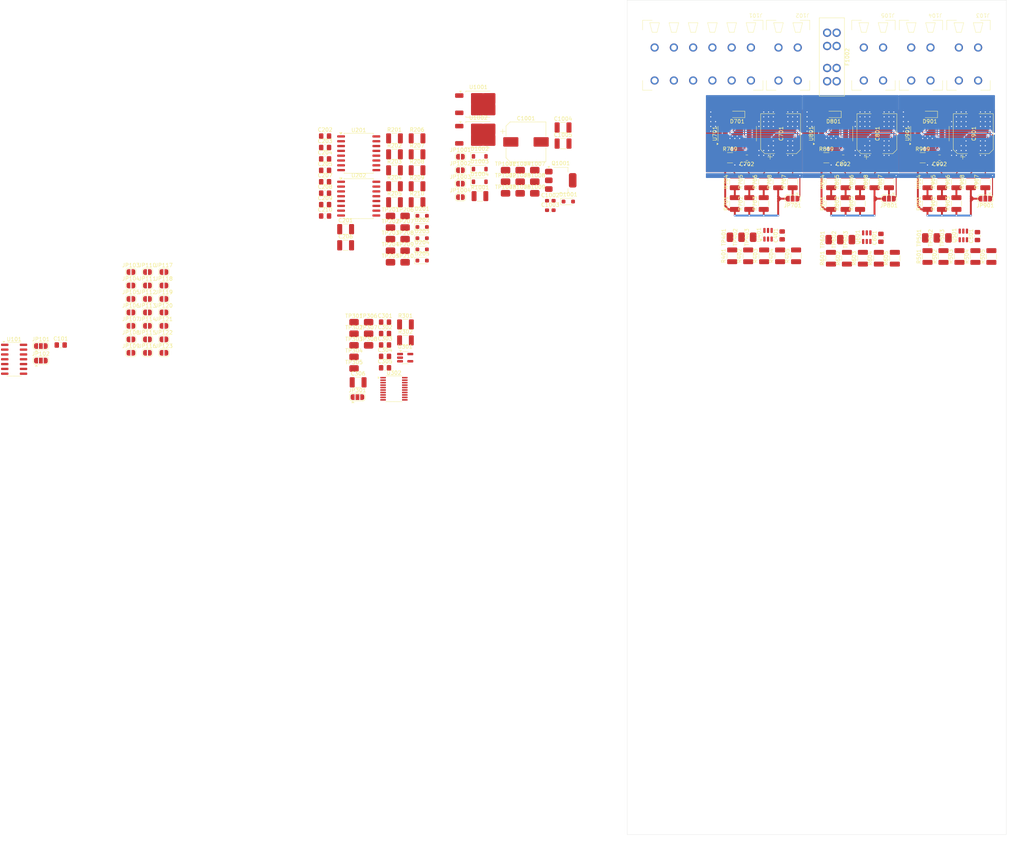
<source format=kicad_pcb>
(kicad_pcb (version 20240108) (generator "pcbnew") (generator_version "8.0")
  (title_block (title "Enclosure") (date "2025-02-21") (rev "0.0.0") (company "Open Battery Tester") (comment 1 "Layout"))
  (layers (0 "F.Cu" mixed) (31 "B.Cu" mixed) (34 "B.Paste" user) (35 "F.Paste" user) (36 "B.SilkS" user "B.Silkscreen") (37 "F.SilkS" user "F.Silkscreen") (38 "B.Mask" user) (39 "F.Mask" user) (44 "Edge.Cuts" user))
  (net 0 "")
  (net 1 "+5VA")
  (net 2 "GND")
  (net 3 "+5VI")
  (net 4 "GNDI")
  (net 5 "/digital-interface/SDO_ISO")
  (net 6 "+5VA_digital-interface")
  (net 7 "/digital-interface/~{CS}")
  (net 8 "/digital-interface/SCKL")
  (net 9 "/digital-interface/SDI")
  (net 10 "+5VA_dac")
  (net 11 "/SDO")
  (net 12 "/dac/~{sckl}")
  (net 13 "Net-(U302-VREF)")
  (net 14 "+5VA_pwm")
  (net 15 "+24V")
  (net 16 "+12VA")
  (net 17 "Net-(D1004-K)")
  (net 18 "/digital-interface/~{CS_ISO}")
  (net 19 "/digital-interface/SCKL_ISO")
  (net 20 "/digital-interface/SDI_ISO")
  (net 21 "/heater_+")
  (net 22 "/heater_-")
  (net 23 "/peltier_-")
  (net 24 "/peltier_+")
  (net 25 "/fan_+")
  (net 26 "/fan_-")
  (net 29 "/dac_ch_4")
  (net 30 "Net-(JP101-C)")
  (net 31 "Net-(JP102-C)")
  (net 32 "/dac_ch_6")
  (net 33 "/pwm/pwm")
  (net 34 "/pwm_heater")
  (net 35 "/pwm_peltier")
  (net 36 "/pwm1/pwm")
  (net 37 "/pwm_fan")
  (net 38 "/pwm2/pwm")
  (net 39 "Net-(JP106-A)")
  (net 40 "/full-bridge/IN_B")
  (net 41 "Net-(JP107-A)")
  (net 42 "/full-bridge/IN_A")
  (net 43 "Net-(JP108-A)")
  (net 44 "/full-bridge1/IN_B")
  (net 45 "/full-bridge1/IN_A")
  (net 46 "Net-(JP109-A)")
  (net 47 "Net-(JP110-A)")
  (net 48 "/full-bridge2/IN_B")
  (net 49 "/full-bridge2/IN_A")
  (net 50 "Net-(JP111-A)")
  (net 51 "/~{CS}")
  (net 52 "/SCKL")
  (net 53 "/SDI")
  (net 54 "/digital-interface/SDO")
  (net 55 "/dac/dac_ch_0")
  (net 56 "/dac_ch_0")
  (net 57 "/dac/dac_ch_1")
  (net 58 "/dac_ch_1")
  (net 59 "/dac/dac_ch_2")
  (net 60 "/dac_ch_2")
  (net 61 "/dac/dac_ch_3")
  (net 62 "/dac_ch_3")
  (net 63 "/dac/dac_ch_4")
  (net 64 "/dac/dac_ch_5")
  (net 65 "/dac_ch_5")
  (net 66 "/dac/dac_ch_6")
  (net 67 "/dac/dac_ch_7")
  (net 68 "/dac_ch_7")
  (net 69 "Net-(JP301-C)")
  (net 70 "Net-(JP701-C)")
  (net 71 "+5VA_full-bridge")
  (net 72 "Net-(JP801-C)")
  (net 73 "Net-(JP901-C)")
  (net 74 "Net-(U201-A4)")
  (net 75 "Net-(U201-B1)")
  (net 76 "Net-(U201-B2)")
  (net 77 "Net-(U201-B3)")
  (net 78 "Net-(U301-Y)")
  (net 79 "Net-(U302-SDO)")
  (net 80 "/pwm/div")
  (net 81 "/pwm/set")
  (net 82 "/pwm1/div")
  (net 83 "/pwm1/set")
  (net 84 "/pwm2/div")
  (net 85 "/pwm2/set")
  (net 86 "Net-(U701-IN_A)")
  (net 87 "Net-(U701-IN_B)")
  (net 88 "Net-(U701-PWM)")
  (net 89 "Net-(U701-SEL0)")
  (net 90 "Net-(U701-CS)")
  (net 91 "Net-(U801-IN_A)")
  (net 92 "Net-(U801-IN_B)")
  (net 93 "Net-(U801-PWM)")
  (net 94 "Net-(U801-SEL0)")
  (net 95 "Net-(U801-CS)")
  (net 96 "Net-(U901-IN_A)")
  (net 97 "Net-(U901-IN_B)")
  (net 98 "Net-(U901-PWM)")
  (net 99 "Net-(U901-SEL0)")
  (net 100 "Net-(U901-CS)")
  (footprint "enclosure:TP_0805_2012Metric" (layer "F.Cu") (at 91.48 103.025)
    (property "Reference" "TP208")
    (property "Value" "~")
  )
  (footprint "enclosure:SOT-23-5_HandSoldering" (layer "F.Cu") (at 91.5025 134.27)
    (property "Reference" "U301")
    (property "Value" "SN74LVC1G04DBVR")
  )
  (footprint "enclosure:R_1210_3225Metric_Pad1.30x2.65mm_HandSolder" (layer "F.Cu") (at 181.93 107.42 90)
    (property "Reference" "R402")
    (property "Value" "280k")
  )
  (footprint "enclosure:R_1210_3225Metric_Pad1.30x2.65mm_HandSolder" (layer "F.Cu") (at 182.22 93.63 90)
    (property "Reference" "R702")
    (property "Value" "1M")
  )
  (footprint "enclosure:SolderJumper-2_P1.3mm_Open_RoundedPad1.0x1.5mm" (layer "F.Cu") (at 19.2 111.7)
    (property "Reference" "JP103")
    (property "Value" "SolderJumper_2_Open")
  )
  (footprint "enclosure:C_0805_2012Metric_Pad1.18x1.45mm_HandSolder" (layer "F.Cu") (at 86.1925 127.915)
    (property "Reference" "C302")
    (property "Value" "470p")
  )
  (footprint "enclosure:R_1210_3225Metric_Pad1.30x2.65mm_HandSolder" (layer "F.Cu") (at 207.62 87.915 90)
    (property "Reference" "R805")
    (property "Value" "1k")
  )
  (footprint "enclosure:SolderJumper-2_P1.3mm_Open_RoundedPad1.0x1.5mm" (layer "F.Cu") (at 106.0625 84.85)
    (property "Reference" "JP1002")
    (property "Value" "SolderJumper_2_Open")
  )
  (footprint "enclosure:R_1210_3225Metric_Pad1.30x2.65mm_HandSolder" (layer "F.Cu") (at 233.02 93.63 90)
    (property "Reference" "R902")
    (property "Value" "1M")
  )
  (footprint "enclosure:TP_0805_2012Metric" (layer "F.Cu") (at 91.48 96.925)
    (property "Reference" "TP206")
    (property "Value" "~")
  )
  (footprint "enclosure:C_0805_2012Metric_Pad1.18x1.45mm_HandSolder" (layer "F.Cu") (at 70.39 81.875)
    (property "Reference" "C204")
    (property "Value" "100n")
  )
  (footprint "enclosure:R_1210_3225Metric_Pad1.30x2.65mm_HandSolder" (layer "F.Cu") (at 212.175 108.055 90)
    (property "Reference" "R603")
    (property "Value" "10k")
  )
  (footprint "enclosure:R_1210_3225Metric_Pad1.30x2.65mm_HandSolder" (layer "F.Cu") (at 236.83 87.915 90)
    (property "Reference" "R906")
    (property "Value" "1k")
  )
  (footprint "enclosure:R_1210_3225Metric_Pad1.30x2.65mm_HandSolder" (layer "F.Cu") (at 236.83 93.63 90)
    (property "Reference" "R903")
    (property "Value" "1M")
  )
  (footprint "enclosure:R_1210_3225Metric_Pad1.30x2.65mm_HandSolder" (layer "F.Cu") (at 94.63 76.455)
    (property "Reference" "R206")
    (property "Value" "1M")
  )
  (footprint "enclosure:SolderJumper-3_P1.3mm_Bridged12-Soldermask-Paste_RoundedPad1.0x1.5mm" (layer "F.Cu") (at 78.9125 144.675)
    (property "Reference" "JP301")
    (property "Value" "SolderJumper_3_Bridged12")
  )
  (footprint "enclosure:CP_Elec_10x10" (layer "F.Cu") (at 215.875 75.215 90)
    (property "Reference" "C801")
    (property "Value" "470u")
  )
  (footprint "enclosure:R_1210_3225Metric_Pad1.30x2.65mm_HandSolder" (layer "F.Cu") (at 88.68 84.875)
    (property "Reference" "R203")
    (property "Value" "1M")
  )
  (footprint "enclosure:TP_0805_2012Metric" (layer "F.Cu") (at 91.48 109.125)
    (property "Reference" "TP210")
    (property "Value" "~")
  )
  (footprint "enclosure:R_1210_3225Metric_Pad1.30x2.65mm_HandSolder" (layer "F.Cu") (at 91.5725 129.715)
    (property "Reference" "R302")
    (property "Value" "100")
  )
  (footprint "enclosure:R_1210_3225Metric_Pad1.30x2.65mm_HandSolder" (layer "F.Cu") (at 88.68 89.085)
    (property "Reference" "R204")
    (property "Value" "1M")
  )
  (footprint "enclosure:R_1210_3225Metric_Pad1.30x2.65mm_HandSolder" (layer "F.Cu") (at 203.81 93.63 90)
    (property "Reference" "R801")
    (property "Value" "1M")
  )
  (footprint "enclosure:TP_0805_2012Metric" (layer "F.Cu") (at 125.6625 84.84)
    (property "Reference" "TP1007")
    (property "Value" "~")
  )
  (footprint "enclosure:PhoenixContact_TDPT_2,5_6-SP-5,08_1x06_P5.08mm_Horizontal" (layer "F.Cu") (at 182.66 61.2 180)
    (property "Reference" "J101")
    (property "Value" "Conn_01x06_Socket")
  )
  (footprint "enclosure:C_0805_2012Metric_Pad1.18x1.45mm_HandSolder" (layer "F.Cu") (at 86.1925 124.905)
    (property "Reference" "C301")
    (property "Value" "100n")
  )
  (footprint "enclosure:R_1210_3225Metric_Pad1.30x2.65mm_HandSolder" (layer "F.Cu") (at 91.5725 125.505)
    (property "Reference" "R301")
    (property "Value" "100")
  )
  (footprint "enclosure:C_0805_2012Metric_Pad1.18x1.45mm_HandSolder" (layer "F.Cu") (at 70.39 75.855)
    (property "Reference" "C202")
    (property "Value" "470p")
  )
  (footprint "enclosure:C_0805_2012Metric_Pad1.18x1.45mm_HandSolder" (layer "F.Cu") (at 0.68 130.94)
    (property "Reference" "C101")
    (property "Value" "100n")
  )
  (footprint "enclosure:D_SOD-323_HandSoldering" (layer "F.Cu") (at 95.975 96.875)
    (property "Reference" "D201")
    (property "Value" "D_TVS")
  )
  (footprint "enclosure:TSOT-23-6" (layer "F.Cu") (at 187.165 101.87 90)
    (property "Reference" "U401")
    (property "Value" "LTC6992IS6-1")
  )
  (footprint "pss:MountingHole_2.8mm" (layer "F.Cu") (at 155.55 256.43)
    (property "Reference" "REF**" (hide yes))
    (property "Value" "MountingHole_2.8mm" (hide yes))
  )
  (footprint "enclosure:D_SOD-123" (layer "F.Cu") (at 111.1575 84.55)
    (property "Reference" "D1003")
    (property "Value" "1N4148")
  )
  (footprint "enclosure:TP_0805_2012Metric" (layer "F.Cu") (at 87.63 106.075)
    (property "Reference" "TP204")
    (property "Value" "~")
  )
  (footprint "enclosure:TO-252-2" (layer "F.Cu") (at 110.8025 67.445)
    (property "Reference" "U1001")
    (property "Value" "MC7805")
  )
  (footprint "enclosure:TP_0805_2012Metric" (layer "F.Cu") (at 228.63 102.7 90)
    (property "Reference" "TP501")
    (property "Value" "~")
  )
  (footprint "" (layer "F.Cu") (at 155.55 256.43)
    (property "Reference" "")
    (property "Value" "")
  )
  (footprint "enclosure:R_1210_3225Metric_Pad1.30x2.65mm_HandSolder" (layer "F.Cu") (at 219.05 87.915 90)
    (property "Reference" "R807")
    (property "Value" "1k")
  )
  (footprint "enclosure:R_1210_3225Metric_Pad1.30x2.65mm_HandSolder" (layer "F.Cu") (at 215.24 87.915 90)
    (property "Reference" "R808")
    (property "Value" "1k")
  )
  (footprint "enclosure:C_1210_3225Metric_Pad1.33x2.70mm_HandSolder" (layer "F.Cu") (at 75.8 100.395)
    (property "Reference" "C201")
    (property "Value" "10u")
  )
  (footprint "enclosure:SolderJumper-2_P1.3mm_Open_RoundedPad1.0x1.5mm" (layer "F.Cu") (at 27.9 125.9)
    (property "Reference" "JP121")
    (property "Value" "SolderJumper_2_Open")
  )
  (footprint "enclosure:SO-16_3.9x9.9mm_P1.27mm" (layer "F.Cu") (at 179.045 75.215 90)
    (property "Reference" "U701")
    (property "Value" "VNH7070ASTR")
  )
  (footprint "enclosure:C_0805_2012Metric_Pad1.18x1.45mm_HandSolder" (layer "F.Cu") (at 206.985 81.565 180)
    (property "Reference" "C802")
    (property "Value" "100n")
  )
  (footprint "enclosure:C_0805_2012Metric_Pad1.18x1.45mm_HandSolder" (layer "F.Cu") (at 70.39 87.895)
    (property "Reference" "C207")
    (property "Value" "100n")
  )
  (footprint "enclosure:TP_0805_2012Metric" (layer "F.Cu") (at 117.9625 90.94)
    (property "Reference" "TP1003")
    (property "Value" "~")
  )
  (footprint "enclosure:R_1210_3225Metric_Pad1.30x2.65mm_HandSolder" (layer "F.Cu") (at 207.62 93.63 90)
    (property "Reference" "R802")
    (property "Value" "1M")
  )
  (footprint "enclosure:C_0805_2012Metric_Pad1.18x1.45mm_HandSolder" (layer "F.Cu") (at 86.1925 130.925)
    (property "Reference" "C303")
    (property "Value" "470p")
  )
  (footprint "enclosure:SolderJumper-2_P1.3mm_Open_RoundedPad1.0x1.5mm" (layer "F.Cu") (at 23.55 111.7)
    (property "Reference" "JP110")
    (property "Value" "SolderJumper_2_Open")
  )
  (footprint "enclosure:C_1210_3225Metric_Pad1.33x2.70mm_HandSolder" (layer "F.Cu") (at 79.0925 140.775)
    (property "Reference" "C306")
    (property "Value" "10u")
  )
  (footprint "enclosure:R_1210_3225Metric_Pad1.30x2.65mm_HandSolder" (layer "F.Cu") (at 88.68 76.455)
    (property "Reference" "R201")
    (property "Value" "330")
  )
  (footprint "enclosure:R_1210_3225Metric_Pad1.30x2.65mm_HandSolder" (layer "F.Cu") (at 229.21 87.915 90)
    (property "Reference" "R904")
    (property "Value" "1k")
  )
  (footprint "enclosure:R_1210_3225Metric_Pad1.30x2.65mm_HandSolder" (layer "F.Cu") (at 211.43 87.915 90)
    (property "Reference" "R806")
    (property "Value" "1k")
  )
  (footprint "enclosure:SolderJumper-2_P1.3mm_Open_RoundedPad1.0x1.5mm" (layer "F.Cu") (at 19.2 129.45)
    (property "Reference" "JP108")
    (property "Value" "SolderJumper_2_Open")
  )
  (footprint "enclosure:D_SOD-123" (layer "F.Cu") (at 111.1575 81.2)
    (property "Reference" "D1002")
    (property "Value" "1N4148")
  )
  (footprint "enclosure:TP_0805_2012Metric" (layer "F.Cu") (at 91.48 99.975)
    (property "Reference" "TP207")
    (property "Value" "~")
  )
  (footprint "enclosure:R_1210_3225Metric_Pad1.30x2.65mm_HandSolder" (layer "F.Cu") (at 186.03 87.915 90)
    (property "Reference" "R706")
    (property "Value" "1k")
  )
  (footprint "enclosure:R_1210_3225Metric_Pad1.30x2.65mm_HandSolder" (layer "F.Cu") (at 240.64 87.915 90)
    (property "Reference" "R908")
    (property "Value" "1k")
  )
  (footprint "enclosure:R_1210_3225Metric_Pad1.30x2.65mm_HandSolder" (layer "F.Cu") (at 190.35 107.42 90)
    (property "Reference" "R404")
    (property "Value" "2k49")
  )
  (footprint "enclosure:TP_0805_2012Metric" (layer "F.Cu") (at 87.63 96.925)
    (property "Reference" "TP201")
    (property "Value" "~")
  )
  (footprint "enclosure:C_0805_2012Metric_Pad1.18x1.45mm_HandSolder" (layer "F.Cu") (at 86.1925 136.945)
    (property "Reference" "C305")
    (property "Value" "100n")
  )
  (footprint "enclosure:FuseHolder_Blade_ATO_Littelfuse_FLR_178.6165" (layer "F.Cu") (at 205.25 48.6 -90)
    (property "Reference" "F1002")
    (property "Value" "Fuse_Socket")
  )
  (footprint "enclosure:C_0805_2012Metric_Pad1.18x1.45mm_HandSolder" (layer "F.Cu") (at 70.39 93.915)
    (property "Reference" "C209")
    (property "Value" "470p")
  )
  (footprint "enclosure:SolderJumper-2_P1.3mm_Open_RoundedPad1.0x1.5mm" (layer "F.Cu") (at 23.55 118.8)
    (property "Reference" "JP112")
    (property "Value" "SolderJumper_2_Open")
  )
  (footprint "enclosure:SolderJumper-2_P1.3mm_Open_RoundedPad1.0x1.5mm" (layer "F.Cu") (at 23.55 122.35)
    (property "Reference" "JP113")
    (property "Value" "SolderJumper_2_Open")
  )
  (footprint "enclosure:TP_0805_2012Metric" (layer "F.Cu") (at 231.68 102.7 90)
    (property "Reference" "TP502")
    (property "Value" "~")
  )
  (footprint "enclosure:SolderJumper-2_P1.3mm_Open_RoundedPad1.0x1.5mm" (layer "F.Cu") (at 19.2 125.9)
    (property "Reference" "JP107")
    (property "Value" "SolderJumper_2_Open")
  )
  (footprint "enclosure:SolderJumper-2_P1.3mm_Open_RoundedPad1.0x1.5mm" (layer "F.Cu") (at 106.0625 81.3)
    (property "Reference" "JP1001")
    (property "Value" "SolderJumper_2_Open")
  )
  (footprint "enclosure:R_1210_3225Metric_Pad1.30x2.65mm_HandSolder" (layer "F.Cu") (at 178.41 93.63 90)
    (property "Reference" "R701")
    (property "Value" "1M")
  )
  (footprint "enclosure:R_1210_3225Metric_Pad1.30x2.65mm_HandSolder" (layer "F.Cu") (at 241.84 107.6 90)
    (property "Reference" "R504")
    (property "Value" "2k49")
  )
  (footprint "enclosure:R_1210_3225Metric_Pad1.30x2.65mm_HandSolder" (layer "F.Cu") (at 227.94 81.565)
    (property "Reference" "R909")
    (property "Value" "10k")
  )
  (footprint "enclosure:TP_0805_2012Metric" (layer "F.Cu") (at 78.0125 127.975)
    (property "Reference" "TP302")
    (property "Value" "~")
  )
  (footprint "enclosure:SolderJumper-3_P1.3mm_Bridged12-Soldermask-Paste_RoundedPad1.0x1.5mm" (layer "F.Cu") (at 219.05 92.36 180)
    (property "Reference" "JP801")
    (property "Value" "SolderJumper_3_Bridged12")
  )
  (footprint "enclosure:SolderJumper-2_P1.3mm_Open_RoundedPad1.0x1.5mm" (layer "F.Cu") (at 27.9 129.45)
    (property "Reference" "JP122")
    (property "Value" "SolderJumper_2_Open")
  )
  (footprint "enclosure:R_1210_3225Metric_Pad1.30x2.65mm_HandSolder" (layer "F.Cu") (at 193.65 87.915 90)
    (property "Reference" "R707")
    (property "Value" "1k")
  )
  (footprint "enclosure:TP_0805_2012Metric" (layer "F.Cu") (at 87.63 99.975)
    (property "Reference" "TP202")
    (property "Value" "~")
  )
  (footprint "enclosure:SolderJumper-2_P1.3mm_Open_RoundedPad1.0x1.5mm" (layer "F.Cu") (at 27.9 115.25)
    (property "Reference" "JP118")
    (property "Value" "SolderJumper_2_Open")
  )
  (footprint "enclosure:R_1210_3225Metric_Pad1.30x2.65mm_HandSolder" (layer "F.Cu") (at 88.68 93.295)
    (property "Reference" "R205")
    (property "Value" "100")
  )
  (footprint "enclosure:C_0805_2012Metric_Pad1.18x1.45mm_HandSolder" (layer "F.Cu") (at 70.39 96.925)
    (property "Reference" "C210")
    (property "Value" "470p")
  )
  (footprint "enclosure:R_1210_3225Metric_Pad1.30x2.65mm_HandSolder" (layer "F.Cu") (at 233.42 107.6 90)
    (property "Reference" "R502")
    (property "Value" "280k")
  )
  (footprint "enclosure:TSOT-23-6" (layer "F.Cu") (at 213.2 102.505 90)
    (property "Reference" "U601")
    (property "Value" "LTC6992IS6-1")
  )
  (footprint "enclosure:TP_0805_2012Metric" (layer "F.Cu") (at 117.9625 84.84)
    (property "Reference" "TP1001")
    (property "Value" "~")
  )
  (footprint "enclosure:SolderJumper-2_P1.3mm_Open_RoundedPad1.0x1.5mm" (layer "F.Cu") (at 23.55 125.9)
    (property "Reference" "JP114")
    (property "Value" "SolderJumper_2_Open")
  )
  (footprint "enclosure:R_1210_3225Metric_Pad1.30x2.65mm_HandSolder" (layer "F.Cu") (at 203.81 87.915 90)
    (property "Reference" "R804")
    (property "Value" "1k")
  )
  (footprint "enclosure:SOIC-16W_7.5x10.3mm_P1.27mm" (layer "F.Cu") (at 79.25 80.385)
    (property "Reference" "U201")
    (property "Value" "Si8641BD-B-IS2")
  )
  (footprint "enclosure:TP_0805_2012Metric" (layer "F.Cu") (at 121.8125 90.94)
    (property "Reference" "TP1006")
    (property "Value" "~")
  )
  (footprint "enclosure:TP_0805_2012Metric" (layer "F.Cu") (at 121.8125 84.84)
    (property "Reference" "TP1004")
    (property "Value" "~")
  )
  (footprint "enclosure:R_1210_3225Metric_Pad1.30x2.65mm_HandSolder" (layer "F.Cu") (at 178.41 87.915 90)
    (property "Reference" "R704")
    (property "Value" "1k")
  )
  (footprint "enclosure:TP_0805_2012Metric" (layer "F.Cu") (at 78.0125 134.075)
    (property "Reference" "TP304")
    (property "Value" "~")
  )
  (footprint "enclosure:PhoenixContact_TDPT_2,5_2-SP-5,08_1x02_P5.08mm_Horizontal" (layer "F.Cu") (at 230 61.2 180)
    (property "Reference" "J104")
    (property "Value" "Conn_01x02_Socket")
  )
  (footprint "enclosure:SO-16_3.9x9.9mm_P1.27mm" (layer "F.Cu") (at 229.845 75.215 90)
    (property "Reference" "U901")
    (property "Value" "VNH7070ASTR")
  )
  (footprint "enclosure:TP_0805_2012Metric" (layer "F.Cu") (at 81.8625 127.975)
    (property "Reference" "TP307")
    (property "Value" "~")
  )
  (footprint "enclosure:R_1210_3225Metric_Pad1.30x2.65mm_HandSolder" (layer "F.Cu") (at 203.755 108.055 90)
    (property "Reference" "R601")
    (property "Value" "1M")
  )
  (footprint "enclosure:R_1210_3225Metric_Pad1.30x2.65mm_HandSolder" (layer "F.Cu") (at 216.385 108.055 90)
    (property "Reference" "R604")
    (property "Value" "2k49")
  )
  (footprint "enclosure:D_SOD-323_HandSoldering" (layer "F.Cu") (at 134.5075 93.11)
    (property "Reference" "D1001")
    (property "Value" "D_TVS")
  )
  (footprint "enclosure:SO-16_3.9x9.9mm_P1.27mm" (layer "F.Cu") (at 204.445 75.215 90)
    (property "Reference" "U801")
    (property "Value" "VNH7070ASTR")
  )
  (footprint "enclosure:TP_0805_2012Metric" (layer "F.Cu") (at 81.8625 131.025)
    (property "Reference" "TP308")
    (property "Value" "~")
  )
  (footprint "enclosure:C_0805_2012Metric_Pad1.18x1.45mm_HandSolder" (layer "F.Cu") (at 86.1925 133.935)
    (property "Reference" "C304")
    (property "Value" "100n")
  )
  (footprint "enclosure:C_0805_2012Metric_Pad1.18x1.45mm_HandSolder" (layer "F.Cu") (at 70.39 84.885)
    (property "Reference" "C205")
    (property "Value" "100n")
  )
  (footprint "enclosure:SolderJumper-2_P1.3mm_Open_RoundedPad1.0x1.5mm" (layer "F.Cu") (at 27.9 122.35)
    (property "Reference" "JP120")
    (property "Value" "SolderJumper_2_Open")
  )
  (footprint "enclosure:R_1210_3225Metric_Pad1.30x2.65mm_HandSolder" (layer "F.Cu") (at 94.63 93.295)
    (property "Reference" "R210")
    (property "Value" "100")
  )
  (footprint "enclosure:TP_0805_2012Metric" (layer "F.Cu") (at 78.0125 137.125)
    (property "Reference" "TP305")
    (property "Value" "~")
  )
  (footprint "enclosure:C_0805_2012Metric_Pad1.18x1.45mm_HandSolder" (layer "F.Cu") (at 70.39 78.865)
    (property "Reference" "C203")
    (property "Value" "100n")
  )
  (footprint "enclosure:TP_0805_2012Metric" (layer "F.Cu") (at 87.63 103.025)
    (property "Reference" "TP203")
    (property "Value" "~")
  )
  (footprint "enclosure:SolderJumper-2_P1.3mm_Open_RoundedPad1.0x1.5mm" (layer "F.Cu") (at 19.2 115.25)
    (property "Reference" "JP104")
    (property "Value" "SolderJumper_2_Open")
  )
  (footprint "enclosure:D_SOD-323_HandSoldering" (layer "F.Cu") (at 229.845 70.135 180)
    (property "Reference" "D901")
    (property "Value" "D_TVS")
  )
  (footprint "enclosure:TP_0805_2012Metric" (layer "F.Cu") (at 206.225 103.155 90)
    (property "Reference" "TP602")
    (property "Value" "~")
  )
  (footprint "enclosure:TO-252-2" (layer "F.Cu") (at 110.8025 75.5)
    (property "Reference" "U1002")
    (property "Value" "MC7812")
  )
  (footprint "enclosure:R_1210_3225Metric_Pad1.30x2.65mm_HandSolder" (layer "F.Cu") (at 229.21 93.63 90)
    (property "Reference" "R901")
    (property "Value" "1M")
  )
  (footprint "enclosure:R_1210_3225Metric_Pad1.30x2.65mm_HandSolder" (layer "F.Cu") (at 220.595 108.055 90)
    (property "Reference" "R605")
    (property "Value" "100k")
  )
  (footprint "enclosure:SolderJumper-2_P1.3mm_Open_RoundedPad1.0x1.5mm" (layer "F.Cu") (at 23.55 115.25)
    (property "Reference" "JP111")
    (property "Value" "SolderJumper_2_Open")
  )
  (footprint "enclosure:TP_0805_2012Metric" (layer "F.Cu") (at 234.73 102.7 90)
    (property "Reference" "TP503")
    (property "Value" "~")
  )
  (footprint "enclosure:SolderJumper-2_P1.3mm_Open_RoundedPad1.0x1.5mm" (layer "F.Cu") (at 23.55 129.45)
    (property "Reference" "JP115")
    (property "Value" "SolderJumper_2_Open")
  )
  (footprint "enclosure:CP_Elec_10x10" (layer "F.Cu") (at 123.3475 77.39)
    (property "Reference" "C1001")
    (property "Value" "470u")
  )
  (footprint "enclosure:C_1210_3225Metric_Pad1.33x2.70mm_HandSolder" (layer "F.Cu") (at 133.1225 73.59)
    (property "Reference" "C1004")
    (property "Value" "10u")
  )
  (footprint "enclosure:R_1210_3225Metric_Pad1.30x2.65mm_HandSolder" (layer "F.Cu") (at 207.965 108.055 90)
    (property "Reference" "R602")
    (property "Value" "280k")
  )
  (footprint "enclosure:R_1210_3225Metric_Pad1.30x2.65mm_HandSolder" (layer "F.Cu") (at 233.02 87.915 90)
    (property "Reference" "R905")
    (property "Value" "1k")
  )
  (footprint "enclosure:TP_0805_2012Metric" (layer "F.Cu") (at 87.63 109.125)
    (property "Reference" "TP205")
    (property "Value" "~")
  )
  (footprint "enclosure:SolderJumper-2_P1.3mm_Open_RoundedPad1.0x1.5mm" (layer "F.Cu") (at 27.9 133)
    (property "Reference" "JP123")
    (property "Value" "SolderJumper_2_Open")
  )
  (footprint "enclosure:R_1210_3225Metric_Pad1.30x2.65mm_HandSolder" (layer "F.Cu") (at 211.43 93.63 90)
    (property "Reference" "R803")
    (property "Value" "1M")
  )
  (footprint "enclosure:SolderJumper-2_P1.3mm_Open_RoundedPad1.0x1.5mm" (layer "F.Cu") (at 23.55 133)
    (property "Reference" "JP116")
    (property "Value" "SolderJumper_2_Open")
  )
  (footprint "enclosure:R_1210_3225Metric_Pad1.30x2.65mm_HandSolder" (layer "F.Cu") (at 94.63 89.085)
    (property "Reference" "R209")
    (property "Value" "100")
  )
  (footprint "enclosure:TP_0805_2012Metric" (layer "F.Cu") (at 121.8125 87.89)
    (property "Reference" "TP1005")
    (property "Value" "~")
  )
  (footprint "enclosure:R_1210_3225Metric_Pad1.30x2.65mm_HandSolder" (layer "F.Cu") (at 229.21 107.6 90)
    (property "Reference" "R501")
    (property "Value" "1M")
  )
  (footprint "enclosure:SOT-223-3_TabPin2" (layer "F.Cu") (at 132.5125 87.515)
    (property "Reference" "Q1001")
    (property "Value" "DPLS350E")
  )
  (footprint "enclosure:SolderJumper-2_P1.3mm_Open_RoundedPad1.0x1.5mm" (layer "F.Cu") (at 106.0625 91.95)
    (property "Reference" "JP1004")
    (property "Value" "SolderJumper_2_Open")
  )
  (footprint "enclosure:TP_0805_2012Metric" (layer "F.Cu") (at 183.24 102.52 90)
    (property "Reference" "TP403")
    (property "Value" "~")
  )
  (footprint "enclosure:TP_0805_2012Metric" (layer "F.Cu") (at 125.6625 87.89)
    (property "Reference" "TP1008")
    (property "Value" "~")
  )
  (footprint "enclosure:D_SOD-123" (layer "F.Cu") (at 111.1575 87.9)
    (property "Reference" "D1004")
    (property "Value" "1N4148")
  )
  (footprint "enclosure:D_SOD-323_HandSoldering" (layer "F.Cu") (at 95.975 108.675)
    (property "Reference" "D205")
    (property "Value" "PDZ5.6B115")
  )
  (footprint "enclosure:SolderJumper-3_P1.3mm_Bridged12-Soldermask-Paste_RoundedPad1.0x1.5mm" (layer "F.Cu") (at 193.65 92.36 180)
    (property "Reference" "JP701")
    (property "Value" "SolderJumper_3_Bridged12")
  )
  (footprint "enclosure:D_SOD-323_HandSoldering" (layer "F.Cu") (at 95.975 99.825)
    (property "Reference" "D202")
    (property "Value" "D_TVS")
  )
  (footprint "enclosure:CP_Elec_10x10" (layer "F.Cu") (at 190.475 75.215 90)
    (property "Reference" "C701")
    (property "Value" "470u")
  )
  (footprint "enclosure:TP_0805_2012Metric" (layer "F.Cu") (at 81.8625 124.925)
    (property "Reference" "TP306")
    (property "Value" "~")
  )
  (footprint "enclosure:R_1210_3225Metric_Pad1.30x2.65mm_HandSolder" (layer "F.Cu") (at 88.68 80.665)
    (property "Reference" "R202")
    (property "Value" "1M")
  )
  (footprint "enclosure:D_SOD-323_HandSoldering" (layer "F.Cu") (at 95.975 102.775)
    (property "Reference" "D203")
    (property "Value" "D_TVS")
  )
  (footprint "enclosure:TP_0805_2012Metric" (layer "F.Cu") (at 117.9625 87.89)
    (property "Reference" "TP1002")
    (property "Value" "~")
  )
  (footprint "enclosure:R_1210_3225Metric_Pad1.30x2.65mm_HandSolder" (layer "F.Cu") (at 244.45 87.915 90)
    (property "Reference" "R907")
    (property "Value" "1k")
  )
  (footprint "enclosure:D_SOD-323_HandSoldering" (layer "F.Cu") (at 204.445 70.135 180)
    (property "Reference" "D801")
    (property "Value" "D_TVS")
  )
  (footprint "enclosure:TSSOP-20_4.4x6.5mm_P0.65mm" (layer "F.Cu") (at 88.5375 142.475)
    (property "Reference" "U302")
    (property "Value" "AD567xR")
  )
  (footprint "enclosure:TP_0805_2012Metric" (layer "F.Cu") (at 78.0125 131.025)
    (property "Reference" "TP303")
    (property "Value" "~")
  )
  (footprint "pss:MountingHole_2.8mm" (layer "F.Cu") (at 244.45 256.43)
    (property "Reference" "REF**" (hide yes))
    (property "Value" "MountingHole_2.8mm" (hide yes))
  )
  (footprint "enclosure:C_0603_1608Metric_Pad1.08x0.95mm_HandSolder" (layer "F.Cu") (at 129.7625 95.4)
    (property "Reference" "C1003")
    (property "Value" "1u")
  )
  (footprint "enclosure:C_0805_2012Metric_Pad1.18x1.45mm_HandSolder" (layer "F.Cu") (at 70.39 90.905)
    (property "Reference" "C208")
    (property "Value" "470p")
  )
  (footprint "enclosure:D_SOD-323_HandSoldering" (layer "F.Cu") (at 95.975 105.725)
    (property "Reference" "D204")
    (property "Value" "D_TVS")
  )
  (footprint "enclosure:R_1210_3225Metric_Pad1.30x2.65mm_HandSolder" (layer "F.Cu") (at 177.14 81.565)
    (property "Reference" "R709")
    (property "Value" "10k")
  )
  (footprint "enclosure:R_1210_3225Metric_Pad1.30x2.65mm_HandSolder" (layer "F.Cu") (at 182.22 87.915 90)
    (property "Reference" "R705")
    (property "Value" "1k")
  )
  (footprint "enclosure:C_0603_1608Metric_Pad1.08x0.95mm_HandSolder" (layer "F.Cu") (at 129.7625 92.89)
    (property "Reference" "C1002")
    (property "Value" "1u")
  )
  (footprint "enclosure:D_SOD-323_HandSoldering" (layer "F.Cu") (at 179.045 70.135 180)
    (property "Reference" "D701")
    (property "Value" "D_TVS")
  )
  (footprint "enclosure:SolderJumper-2_P1.3mm_Open_RoundedPad1.0x1.5mm" (layer "F.Cu") (at 19.2 133)
    (property "Reference" "JP109")
    (property "Value" "SolderJumper_2_Open")
  )
  (footprint "enclosure:R_1210_3225Metric_Pad1.30x2.65mm_HandSolder" (layer "F.Cu") (at 186.03 93.63 90)
    (property "Reference" "R703")
    (property "Value" "1M")
  )
  (footprint "enclosure:R_1210_3225Metric_Pad1.30x2.65mm_HandSolder" (layer "F.Cu") (at 94.63 80.665)
    (property "Reference" "R207")
    (property "Value" "1M")
  )
  (footprint "enclosure:R_1210_3225Metric_Pad1.30x2.65mm_HandSolder" (layer "F.Cu") (at 186.14 107.42 90)
    (property "Reference" "R403")
    (property "Value" "10k")
  )
  (footprint "enclosure:SolderJumper-3_P1.3mm_Bridged12-Soldermask-Paste_RoundedPad1.0x1.5mm" (layer "F.Cu") (at 244.45 92.36 180)
    (property "Reference" "JP901")
    (property "Value" "SolderJumper_3_Bridged12")
  )
  (footprint "enclosure:SolderJumper-3_P1.3mm_Bridged12-Soldermask-Paste_RoundedPad1.0x1.5mm" (layer "F.Cu") (at -4.55 135.045)
    (property "Reference" "JP102")
    (property "Value" "SolderJumper_3_Bridged12")
  )
  (footprint "enclosure:C_0805_2012Metric_Pad1.18x1.45mm_HandSolder" (layer "F.Cu") (at 242.38 102.22 90)
    (property "Reference" "C501")
    (property "Value" "100n")
  )
  (footprint "enclosure:TSOT-23-6" (layer "F.Cu") (at 238.655 102.05 90)
    (property "Reference" "U501")
    (property "Value" "LTC6992IS6-1")
  )
  (footprint "enclosure:C_0805_2012Metric_Pad1.18x1.45mm_HandSolder" (layer "F.Cu") (at 181.585 81.565 180)
    (property "Reference" "C702")
    (property "Value" "100n")
  )
  (footprint "enclosure:R_1210_3225Metric_Pad1.30x2.65mm_HandSolder" (layer "F.Cu") (at 177.72 107.42 90)
    (property "Reference" "R401")
    (property "Value" "1M")
  )
  (footprint "enclosure:SolderJumper-2_P1.3mm_Open_RoundedPad1.0x1.5mm" (layer "F.Cu") (at 27.9 118.8)
    (property "Reference" "JP119")
    (property "Value" "SolderJumper_2_Open")
  )
  (footprint "enclosure:TP_0805_2012Metric" (layer "F.Cu") (at 91.48 106.075)
    (property "Reference" "TP209")
    (property "Value" "~")
  )
  (footprint "enclosure:C_1210_3225Metric_Pad1.33x2.70mm_HandSolder" (layer "F.Cu") (at 133.1225 77.84)
    (property "Reference" "C1005")
    (property "Value" "10u")
  )
  (footprint "enclosure:PhoenixContact_TDPT_2,5_2-SP-5,08_1x02_P5.08mm_Horizontal" (layer "F.Cu") (at 242.56 61.2 180)
    (property "Reference" "J103")
    (property "Value" "Conn_01x02_Socket")
  )
  (footprint "enclosure:R_1210_3225Metric_Pad1.30x2.65mm_HandSolder" (layer "F.Cu") (at 194.56 107.42 90)
    (property "Reference" "R405")
    (property "Value" "100k")
  )
  (footprint "enclosure:R_1210_3225Metric_Pad1.30x2.65mm_HandSolder" (layer "F.Cu") (at 202.54 81.565)
    (property "Reference" "R809")
    (property "Value" "10k")
  )
  (footprint "enclosure:TP_0805_2012Metric" (layer "F.Cu") (at 125.6625 90.94)
    (property "Reference" "TP1009")
    (property "Value" "~")
  )
  (footprint "enclosure:R_1210_3225Metric_Pad1.30x2.65mm_HandSolder" (layer "F.Cu") (at 111.2125 91.68)
    (property "Reference" "R1001")
    (property "Value" "5R9")
  )
  (footprint "enclosure:SolderJumper-2_P1.3mm_Open_RoundedPad1.0x1.5mm" (layer "F.Cu") (at 19.2 122.35)
    (property "Reference" "JP106")
    (property "Value" "SolderJumper_2_Open")
  )
  (footprint "enclosure:SOIC-16W_7.5x10.3mm_P1.27mm" (layer "F.Cu") (at 79.25 92.345)
    (property "Reference" "U202")
    (property "Value" "R05C05TE05S")
  )
  (footprint "enclosure:SolderJumper-3_P1.3mm_Bridged12-Soldermask-Paste_RoundedPad1.0x1.5mm" (layer "F.Cu") (at -4.55 131.21)
    (property "Reference" "JP101")
    (property "Value" "SolderJumper_3_Bridged12")
  )
  (footprint "enclosure:PhoenixContact_TDPT_2,5_2-SP-5,08_1x02_P5.08mm_Horizontal" (layer "F.Cu") (at 217.5 61.2 180)
    (property "Reference" "J105")
    (property "Value" "Conn_01x02_Socket")
  )
  (footprint "enclosure:C_0805_2012Metric_Pad1.18x1.45mm_HandSolder" (layer "F.Cu") (at 216.925 102.675 90)
    (property "Reference" "C601")
    (property "Value" "100n")
  )
  (footprint "enclosure:R_1210_3225Metric_Pad1.30x2.65mm_HandSolder" (layer "F.Cu") (at 94.63 84.875)
    (property "Reference" "R208")
    (property "Value" "100")
  )
  (footprint "enclosure:C_0805_2012Metric_Pad1.18x1.45mm_HandSolder" (layer "F.Cu") (at 232.385 81.565 180)
    (property "Reference" "C902")
    (property "Value" "100n")
  )
  (footprint "enclosure:TP_0805_2012Metric" (layer "F.Cu") (at 180.19 102.52 90)
    (property "Reference" "TP402")
    (property "Value" "~")
  )
  (footprint "enclosure:R_1210_3225Metric_Pad1.30x2.65mm_HandSolder" (layer "F.Cu") (at 246.05 107.6 90)
    (property "Reference" "R505")
    (property "Value" "100k")
  )
  (footprint "enclosure:C_0805_2012Metric_Pad1.18x1.45mm_HandSolder" (layer "F.Cu") (at 190.89 102.04 90)
    (property "Reference" "C401")
    (property "Value" "100n")
  )
  (footprint "enclosure:SOIC-14_3.9x8.7mm_P1.27mm" (layer "F.Cu") (at -11.6 134.695)
    (property "Reference" "U101")
    (property "Value" "4041")
  )
  (footprint "enclosure:TP_0805_2012Metric" (layer "F.Cu") (at 177.14 102.52 90)
    (property "Reference" "TP401")
    (property "Value" "~")
  )
  (footprint "enclosure:SolderJumper-2_P1.3mm_Open_RoundedPad1.0x1.5mm" (layer "F.Cu") (at 19.2 118.8)
    (property "Reference" "JP105")
    (property "Value" "SolderJumper_2_Open")
  )
  (footprint "enclosure:TP_0805_2012Metric" (layer "F.Cu") (at 78.0125 124.925)
    (property "Reference" "TP301")
    (property "Value" "~")
  )
  (footprint "enclosure:PhoenixContact_TDPT_2,5_2-SP-5,08_1x02_P5.08mm_Horizontal" (layer "F.Cu") (at 195 61.2 180)
    (property "Reference" "J102")
    (property "Value" "Conn_01x02_Socket")
  )
  (footprint "enclosure:CP_Elec_10x10" (layer "F.Cu") (at 241.275 75.215 90)
    (property "Reference" "C901")
    (property "Value" "470u")
  )
  (footprint "enclosure:R_1210_3225Metric_Pad1.30x2.65mm_HandSolder" (layer "F.Cu") (at 189.84 87.915 90)
    (property "Reference" "R708")
    (property "Value" "1k")
  )
  (footprint "enclosure:TP_0805_2012Metric" (layer "F.Cu") (at 209.275 103.155 90)
    (property "Reference" "TP603")
    (property "Value" "~")
  )
  (footprint "enclosure:R_1210_3225Metric_Pad1.30x2.65mm_HandSolder" (layer "F.Cu") (at 237.63 107.6 90)
    (property "Reference" "R503")
    (property "Value" "10k")
  )
  (footprint "enclosure:SolderJumper-2_P1.3mm_Open_RoundedPad1.0x1.5mm" (layer "F.Cu") (at 27.9 111.7)
    (property "Reference" "JP117")
    (property "Value" "SolderJumper_2_Open")
  )
  (footprint "enclosure:C_1210_3225Metric_Pad1.33x2.70mm_HandSolder" (layer "F.Cu") (at 75.8 104.645)
    (property "Reference" "C206")
    (property "Value" "10u")
  )
  (footprint "enclosure:TP_0805_2012Metric" (layer "F.Cu") (at 203.175 103.155 90)
    (property "Reference" "TP601")
    (property "Value" "~")
  )
  (footprint "enclosure:SolderJumper-2_P1.3mm_Open_RoundedPad1.0x1.5mm" (layer "F.Cu") (at 106.0625 88.4)
    (property "Reference" "JP1003")
    (property "Value" "SolderJumper_2_Open")
  )
  (gr_rect (start 150 40) (end 250 260) (stroke (width 0.05)) (fill none) (layer "Edge.Cuts"))
  (segment (start 190.475 92.36) (end 189.84 92.36) (width 0.508) (layer "F.Cu") (net 2))
  (segment (start 178.41 95.18) (end 178.41 96.805) (width 0.508) (layer "F.Cu") (net 2))
  (segment (start 183.49 79.025) (end 182.6225 79.8925) (width 0.508) (layer "F.Cu") (net 2))
  (segment (start 225.4 77.79) (end 225.4 79.66) (width 0.508) (layer "F.Cu") (net 2))
  (segment (start 189.84 91.725) (end 189.84 89.465) (width 0.508) (layer "F.Cu") (net 2))
  (segment (start 174.6 77.79) (end 174.6 72.64) (width 0.508) (layer "F.Cu") (net 2))
  (segment (start 243.15 92.36) (end 241.275 92.36) (width 0.508) (layer "F.Cu") (net 2))
  (segment (start 189.84 96.805) (end 189.84 92.995) (width 0.508) (layer "F.Cu") (net 2))
  (segment (start 227.585 95.18) (end 229.21 95.18) (width 0.508) (layer "F.Cu") (net 2))
  (segment (start 224.765 82.835) (end 226.67 84.74) (width 0.508) (layer "F.Cu") (net 2))
  (segment (start 199.365 82.835) (end 201.27 84.74) (width 0.508) (layer "F.Cu") (net 2))
  (segment (start 215.875 92.36) (end 215.24 92.36) (width 0.508) (layer "F.Cu") (net 2))
  (segment (start 174.6 79.66) (end 173.965 80.295) (width 0.508) (layer "F.Cu") (net 2))
  (segment (start 201.27 94.265) (end 202.185 95.18) (width 0.508) (layer "F.Cu") (net 2))
  (segment (start 217.75 92.36) (end 215.875 92.36) (width 0.508) (layer "F.Cu") (net 2))
  (segment (start 240.64 92.995) (end 240.64 92.36) (width 0.508) (layer "F.Cu") (net 2))
  (segment (start 200 79.66) (end 199.365 80.295) (width 0.508) (layer "F.Cu") (net 2))
  (segment (start 225.4 79.66) (end 224.765 80.295) (width 0.508) (layer "F.Cu") (net 2))
  (segment (start 207.62 95.18) (end 207.62 96.805) (width 0.508) (layer "F.Cu") (net 2))
  (segment (start 200 77.79) (end 200 79.66) (width 0.508) (layer "F.Cu") (net 2))
  (segment (start 182.6225 79.8925) (end 182.6225 81.565) (width 0.508) (layer "F.Cu") (net 2))
  (segment (start 183.49 77.79) (end 183.49 79.025) (width 0.508) (layer "F.Cu") (net 2))
  (segment (start 240.64 96.805) (end 240.64 92.995) (width 0.508) (layer "F.Cu") (net 2))
  (segment (start 215.24 91.725) (end 215.24 89.465) (width 0.508) (layer "F.Cu") (net 2))
  (segment (start 215.24 96.805) (end 215.24 92.995) (width 0.508) (layer "F.Cu") (net 2))
  (segment (start 234.29 72.64) (end 234.29 77.79) (width 0.508) (layer "F.Cu") (net 2))
  (segment (start 215.875 92.36) (end 215.24 91.725) (width 0.508) (layer "F.Cu") (net 2))
  (segment (start 211.43 95.18) (end 211.43 96.805) (width 0.508) (layer "F.Cu") (net 2))
  (segment (start 200 77.79) (end 200 72.64) (width 0.508) (layer "F.Cu") (net 2))
  (segment (start 215.24 92.995) (end 215.24 92.36) (width 0.508) (layer "F.Cu") (net 2))
  (segment (start 182.22 95.18) (end 182.22 96.805) (width 0.508) (layer "F.Cu") (net 2))
  (segment (start 234.29 77.79) (end 234.29 79.025) (width 0.508) (layer "F.Cu") (net 2))
  (segment (start 190.475 92.36) (end 189.84 92.995) (width 0.508) (layer "F.Cu") (net 2))
  (segment (start 192.35 92.36) (end 190.475 92.36) (width 0.508) (layer "F.Cu") (net 2))
  (segment (start 174.6 77.79) (end 174.6 79.66) (width 0.508) (layer "F.Cu") (net 2))
  (segment (start 241.275 92.36) (end 240.64 92.36) (width 0.508) (layer "F.Cu") (net 2))
  (segment (start 240.64 91.725) (end 240.64 89.465) (width 0.508) (layer "F.Cu") (net 2))
  (segment (start 225.4 77.79) (end 225.4 72.64) (width 0.508) (layer "F.Cu") (net 2))
  (segment (start 202.185 95.18) (end 203.81 95.18) (width 0.508) (layer "F.Cu") (net 2))
  (segment (start 234.29 79.025) (end 233.4225 79.8925) (width 0.508) (layer "F.Cu") (net 2))
  (segment (start 240.64 92.36) (end 240.64 91.725) (width 0.508) (layer "F.Cu") (net 2))
  (segment (start 208.89 72.64) (end 208.89 77.79) (width 0.508) (layer "F.Cu") (net 2))
  (segment (start 226.67 94.265) (end 227.585 95.18) (width 0.508) (layer "F.Cu") (net 2))
  (segment (start 201.27 84.74) (end 201.27 94.265) (width 0.508) (layer "F.Cu") (net 2))
  (segment (start 203.81 95.18) (end 203.81 96.805) (width 0.508) (layer "F.Cu") (net 2))
  (segment (start 208.89 79.025) (end 208.0225 79.8925) (width 0.508) (layer "F.Cu") (net 2))
  (segment (start 175.87 94.265) (end 176.785 95.18) (width 0.508) (layer "F.Cu") (net 2))
  (segment (start 173.965 80.295) (end 173.965 82.835) (width 0.508) (layer "F.Cu") (net 2))
  (segment (start 176.785 95.18) (end 178.41 95.18) (width 0.508) (layer "F.Cu") (net 2))
  (segment (start 208.89 77.79) (end 208.89 79.025) (width 0.508) (layer "F.Cu") (net 2))
  (segment (start 208.0225 79.8925) (end 208.0225 81.565) (width 0.508) (layer "F.Cu") (net 2))
  (segment (start 215.24 92.36) (end 215.24 91.725) (width 0.508) (layer "F.Cu") (net 2))
  (segment (start 215.875 92.36) (end 215.24 92.995) (width 0.508) (layer "F.Cu") (net 2))
  (segment (start 233.4225 79.8925) (end 233.4225 81.565) (width 0.508) (layer "F.Cu") (net 2))
  (segment (start 190.475 92.36) (end 189.84 91.725) (width 0.508) (layer "F.Cu") (net 2))
  (segment (start 173.965 82.835) (end 175.87 84.74) (width 0.508) (layer "F.Cu") (net 2))
  (segment (start 189.84 92.36) (end 189.84 91.725) (width 0.508) (layer "F.Cu") (net 2))
  (segment (start 175.87 84.74) (end 175.87 94.265) (width 0.508) (layer "F.Cu") (net 2))
  (segment (start 241.275 92.36) (end 240.64 92.995) (width 0.508) (layer "F.Cu") (net 2))
  (segment (start 241.275 92.36) (end 240.64 91.725) (width 0.508) (layer "F.Cu") (net 2))
  (segment (start 183.49 72.64) (end 183.49 77.79) (width 0.508) (layer "F.Cu") (net 2))
  (segment (start 224.765 80.295) (end 224.765 82.835) (width 0.508) (layer "F.Cu") (net 2))
  (segment (start 229.21 95.18) (end 229.21 96.805) (width 0.508) (layer "F.Cu") (net 2))
  (segment (start 233.02 95.18) (end 233.02 96.805) (width 0.508) (layer "F.Cu") (net 2))
  (segment (start 186.03 95.18) (end 186.03 96.805) (width 0.508) (layer "F.Cu") (net 2))
  (segment (start 236.83 95.18) (end 236.83 96.805) (width 0.508) (layer "F.Cu") (net 2))
  (segment (start 189.84 92.995) (end 189.84 92.36) (width 0.508) (layer "F.Cu") (net 2))
  (segment (start 226.67 84.74) (end 226.67 94.265) (width 0.508) (layer "F.Cu") (net 2))
  (segment (start 199.365 80.295) (end 199.365 82.835) (width 0.508) (layer "F.Cu") (net 2))
  (via (at 184.76 73.31) (size 0.45) (drill 0.3) (layers "F.Cu" "B.Cu") (net 2))
  (via (at 186.03 70.77) (size 0.45) (drill 0.3) (layers "F.Cu" "B.Cu") (net 2))
  (via (at 198.73 73.31) (size 0.45) (drill 0.3) (layers "F.Cu" "B.Cu") (net 2))
  (via (at 198.73 74.58) (size 0.45) (drill 0.3) (layers "F.Cu" "B.Cu") (net 2))
  (via (at 211.43 96.805) (size 0.45) (drill 0.3) (layers "F.Cu" "B.Cu") (net 2))
  (via (at 233.02 96.805) (size 0.45) (drill 0.3) (layers "F.Cu" "B.Cu") (net 2))
  (via (at 222.86 70.77) (size 0.45) (drill 0.3) (layers "F.Cu" "B.Cu") (net 2))
  (via (at 184.76 72.04) (size 0.45) (drill 0.3) (layers "F.Cu" "B.Cu") (net 2))
  (via (at 222.86 73.31) (size 0.45) (drill 0.3) (layers "F.Cu" "B.Cu") (net 2))
  (via (at 213.97 70.77) (size 0.45) (drill 0.3) (layers "F.Cu" "B.Cu") (net 2))
  (via (at 194.92 72.04) (size 0.45) (drill 0.3) (layers "F.Cu" "B.Cu") (net 2))
  (via (at 244.45 70.77) (size 0.45) (drill 0.3) (layers "F.Cu" "B.Cu") (net 2))
  (via (at 219.05 69.5) (size 0.45) (drill 0.3) (layers "F.Cu" "B.Cu") (net 2))
  (via (at 236.83 96.805) (size 0.45) (drill 0.3) (layers "F.Cu" "B.Cu") (net 2))
  (via (at 235.56 72.04) (size 0.45) (drill 0.3) (layers "F.Cu" "B.Cu") (net 2))
  (via (at 244.45 73.31) (size 0.45) (drill 0.3) (layers "F.Cu" "B.Cu") (net 2))
  (via (at 212.7 73.31) (size 0.45) (drill 0.3) (layers "F.Cu" "B.Cu") (net 2))
  (via (at 173.33 72.04) (size 0.45) (drill 0.3) (layers "F.Cu" "B.Cu") (net 2))
  (via (at 238.1 72.04) (size 0.45) (drill 0.3) (layers "F.Cu" "B.Cu") (net 2))
  (via (at 220.32 69.5) (size 0.45) (drill 0.3) (layers "F.Cu" "B.Cu") (net 2))
  (via (at 192.38 70.77) (size 0.45) (drill 0.3) (layers "F.Cu" "B.Cu") (net 2))
  (via (at 197.46 74.58) (size 0.45) (drill 0.3) (layers "F.Cu" "B.Cu") (net 2))
  (via (at 236.83 73.31) (size 0.45) (drill 0.3) (layers "F.Cu" "B.Cu") (net 2))
  (via (at 211.43 73.31) (size 0.45) (drill 0.3) (layers "F.Cu" "B.Cu") (net 2))
  (via (at 219.05 70.77) (size 0.45) (drill 0.3) (layers "F.Cu" "B.Cu") (net 2))
  (via (at 245.72 70.77) (size 0.45) (drill 0.3) (layers "F.Cu" "B.Cu") (net 2))
  (via (at 193.65 69.5) (size 0.45) (drill 0.3) (layers "F.Cu" "B.Cu") (net 2))
  (via (at 238.1 73.31) (size 0.45) (drill 0.3) (layers "F.Cu" "B.Cu") (net 2))
  (via (at 193.65 73.31) (size 0.45) (drill 0.3) (layers "F.Cu" "B.Cu") (net 2))
  (via (at 211.43 70.77) (size 0.45) (drill 0.3) (layers "F.Cu" "B.Cu") (net 2))
  (via (at 188.57 72.04) (size 0.45) (drill 0.3) (layers "F.Cu" "B.Cu") (net 2))
  (via (at 192.38 72.04) (size 0.45) (drill 0.3) (layers "F.Cu" "B.Cu") (net 2))
  (via (at 236.83 69.5) (size 0.45) (drill 0.3) (layers "F.Cu" "B.Cu") (net 2))
  (via (at 194.92 70.77) (size 0.45) (drill 0.3) (layers "F.Cu" "B.Cu") (net 2))
  (via (at 245.72 69.5) (size 0.45) (drill 0.3) (layers "F.Cu" "B.Cu") (net 2))
  (via (at 219.05 72.04) (size 0.45) (drill 0.3) (layers "F.Cu" "B.Cu") (net 2))
  (via (at 222.86 74.58) (size 0.45) (drill 0.3) (layers "F.Cu" "B.Cu") (net 2))
  (via (at 194.92 73.31) (size 0.45) (drill 0.3) (layers "F.Cu" "B.Cu") (net 2))
  (via (at 192.38 69.5) (size 0.45) (drill 0.3) (layers "F.Cu" "B.Cu") (net 2))
  (via (at 210.16 72.04) (size 0.45) (drill 0.3) (layers "F.Cu" "B.Cu") (net 2))
  (via (at 217.78 73.31) (size 0.45) (drill 0.3) (layers "F.Cu" "B.Cu") (net 2))
  (via (at 211.43 69.5) (size 0.45) (drill 0.3) (layers "F.Cu" "B.Cu") (net 2))
  (via (at 243.18 73.31) (size 0.45) (drill 0.3) (layers "F.Cu" "B.Cu") (net 2))
  (via (at 244.45 69.5) (size 0.45) (drill 0.3) (layers "F.Cu" "B.Cu") (net 2))
  (via (at 192.38 73.31) (size 0.45) (drill 0.3) (layers "F.Cu" "B.Cu") (net 2))
  (via (at 245.72 73.31) (size 0.45) (drill 0.3) (layers "F.Cu" "B.Cu") (net 2))
  (via (at 186.03 96.805) (size 0.45) (drill 0.3) (layers "F.Cu" "B.Cu") (net 2))
  (via (at 244.45 72.04) (size 0.45) (drill 0.3) (layers "F.Cu" "B.Cu") (net 2))
  (via (at 189.84 96.805) (size 0.45) (drill 0.3) (layers "F.Cu" "B.Cu") (net 2))
  (via (at 188.57 69.5) (size 0.45) (drill 0.3) (layers "F.Cu" "B.Cu") (net 2))
  (via (at 220.32 73.31) (size 0.45) (drill 0.3) (layers "F.Cu" "B.Cu") (net 2))
  (via (at 172.06 72.04) (size 0.45) (drill 0.3) (layers "F.Cu" "B.Cu") (net 2))
  (via (at 238.1 69.5) (size 0.45) (drill 0.3) (layers "F.Cu" "B.Cu") (net 2))
  (via (at 217.78 72.04) (size 0.45) (drill 0.3) (layers "F.Cu" "B.Cu") (net 2))
  (via (at 212.7 69.5) (size 0.45) (drill 0.3) (layers "F.Cu" "B.Cu") (net 2))
  (via (at 222.86 72.04) (size 0.45) (drill 0.3) (layers "F.Cu" "B.Cu") (net 2))
  (via (at 212.7 70.77) (size 0.45) (drill 0.3) (layers "F.Cu" "B.Cu") (net 2))
  (via (at 172.06 70.77) (size 0.45) (drill 0.3) (layers "F.Cu" "B.Cu") (net 2))
  (via (at 220.32 70.77) (size 0.45) (drill 0.3) (layers "F.Cu" "B.Cu") (net 2))
  (via (at 239.37 69.5) (size 0.45) (drill 0.3) (layers "F.Cu" "B.Cu") (net 2))
  (via (at 186.03 69.5) (size 0.45) (drill 0.3) (layers "F.Cu" "B.Cu") (net 2))
  (via (at 217.78 69.5) (size 0.45) (drill 0.3) (layers "F.Cu" "B.Cu") (net 2))
  (via (at 182.22 96.805) (size 0.45) (drill 0.3) (layers "F.Cu" "B.Cu") (net 2))
  (via (at 197.46 72.04) (size 0.45) (drill 0.3) (layers "F.Cu" "B.Cu") (net 2))
  (via (at 240.64 96.805) (size 0.45) (drill 0.3) (layers "F.Cu" "B.Cu") (net 2))
  (via (at 239.37 70.77) (size 0.45) (drill 0.3) (layers "F.Cu" "B.Cu") (net 2))
  (via (at 186.03 72.04) (size 0.45) (drill 0.3) (layers "F.Cu" "B.Cu") (net 2))
  (via (at 224.13 72.04) (size 0.45) (drill 0.3) (layers "F.Cu" "B.Cu") (net 2))
  (via (at 243.18 72.04) (size 0.45) (drill 0.3) (layers "F.Cu" "B.Cu") (net 2))
  (via (at 236.83 70.77) (size 0.45) (drill 0.3) (layers "F.Cu" "B.Cu") (net 2))
  (via (at 238.1 70.77) (size 0.45) (drill 0.3) (layers "F.Cu" "B.Cu") (net 2))
  (via (at 222.86 69.5) (size 0.45) (drill 0.3) (layers "F.Cu" "B.Cu") (net 2))
  (via (at 172.06 74.58) (size 0.45) (drill 0.3) (layers "F.Cu" "B.Cu") (net 2))
  (via (at 207.62 96.805) (size 0.45) (drill 0.3) (layers "F.Cu" "B.Cu") (net 2))
  (via (at 172.06 73.31) (size 0.45) (drill 0.3) (layers "F.Cu" "B.Cu") (net 2))
  (via (at 224.13 73.31) (size 0.45) (drill 0.3) (layers "F.Cu" "B.Cu") (net 2))
  (via (at 239.37 72.04) (size 0.45) (drill 0.3) (layers "F.Cu" "B.Cu") (net 2))
  (via (at 197.46 69.5) (size 0.45) (drill 0.3) (layers "F.Cu" "B.Cu") (net 2))
  (via (at 212.7 72.04) (size 0.45) (drill 0.3) (layers "F.Cu" "B.Cu") (net 2))
  (via (at 173.33 73.31) (size 0.45) (drill 0.3) (layers "F.Cu" "B.Cu") (net 2))
  (via (at 187.3 72.04) (size 0.45) (drill 0.3) (layers "F.Cu" "B.Cu") (net 2))
  (via (at 219.05 73.31) (size 0.45) (drill 0.3) (layers "F.Cu" "B.Cu") (net 2))
  (via (at 210.16 73.31) (size 0.45) (drill 0.3) (layers "F.Cu" "B.Cu") (net 2))
  (via (at 211.43 72.04) (size 0.45) (drill 0.3) (layers "F.Cu" "B.Cu") (net 2))
  (via (at 193.65 72.04) (size 0.45) (drill 0.3) (layers "F.Cu" "B.Cu") (net 2))
  (via (at 239.37 73.31) (size 0.45) (drill 0.3) (layers "F.Cu" "B.Cu") (net 2))
  (via (at 217.78 70.77) (size 0.45) (drill 0.3) (layers "F.Cu" "B.Cu") (net 2))
  (via (at 172.06 69.5) (size 0.45) (drill 0.3) (layers "F.Cu" "B.Cu") (net 2))
  (via (at 194.92 69.5) (size 0.45) (drill 0.3) (layers "F.Cu" "B.Cu") (net 2))
  (via (at 243.18 69.5) (size 0.45) (drill 0.3) (layers "F.Cu" "B.Cu") (net 2))
  (via (at 197.46 70.77) (size 0.45) (drill 0.3) (layers "F.Cu" "B.Cu") (net 2))
  (via (at 188.57 73.31) (size 0.45) (drill 0.3) (layers "F.Cu" "B.Cu") (net 2))
  (via (at 203.81 96.805) (size 0.45) (drill 0.3) (layers "F.Cu" "B.Cu") (net 2))
  (via (at 213.97 72.04) (size 0.45) (drill 0.3) (layers "F.Cu" "B.Cu") (net 2))
  (via (at 187.3 73.31) (size 0.45) (drill 0.3) (layers "F.Cu" "B.Cu") (net 2))
  (via (at 178.41 96.805) (size 0.45) (drill 0.3) (layers "F.Cu" "B.Cu") (net 2))
  (via (at 197.46 73.31) (size 0.45) (drill 0.3) (layers "F.Cu" "B.Cu") (net 2))
  (via (at 173.33 74.58) (size 0.45) (drill 0.3) (layers "F.Cu" "B.Cu") (net 2))
  (via (at 188.57 70.77) (size 0.45) (drill 0.3) (layers "F.Cu" "B.Cu") (net 2))
  (via (at 213.97 69.5) (size 0.45) (drill 0.3) (layers "F.Cu" "B.Cu") (net 2))
  (via (at 193.65 70.77) (size 0.45) (drill 0.3) (layers "F.Cu" "B.Cu") (net 2))
  (via (at 236.83 72.04) (size 0.45) (drill 0.3) (layers "F.Cu" "B.Cu") (net 2))
  (via (at 198.73 72.04) (size 0.45) (drill 0.3) (layers "F.Cu" "B.Cu") (net 2))
  (via (at 224.13 74.58) (size 0.45) (drill 0.3) (layers "F.Cu" "B.Cu") (net 2))
  (via (at 229.21 96.805) (size 0.45) (drill 0.3) (layers "F.Cu" "B.Cu") (net 2))
  (via (at 187.3 69.5) (size 0.45) (drill 0.3) (layers "F.Cu" "B.Cu") (net 2))
  (via (at 215.24 96.805) (size 0.45) (drill 0.3) (layers "F.Cu" "B.Cu") (net 2))
  (via (at 245.72 72.04) (size 0.45) (drill 0.3) (layers "F.Cu" "B.Cu") (net 2))
  (via (at 235.56 73.31) (size 0.45) (drill 0.3) (layers "F.Cu" "B.Cu") (net 2))
  (via (at 220.32 72.04) (size 0.45) (drill 0.3) (layers "F.Cu" "B.Cu") (net 2))
  (via (at 213.97 73.31) (size 0.45) (drill 0.3) (layers "F.Cu" "B.Cu") (net 2))
  (via (at 243.18 70.77) (size 0.45) (drill 0.3) (layers "F.Cu" "B.Cu") (net 2))
  (via (at 187.3 70.77) (size 0.45) (drill 0.3) (layers "F.Cu" "B.Cu") (net 2))
  (via (at 186.03 73.31) (size 0.45) (drill 0.3) (layers "F.Cu" "B.Cu") (net 2))
  (segment (start 236.83 96.805) (end 240.64 96.805) (width 0.508) (layer "B.Cu") (net 2))
  (segment (start 207.62 96.805) (end 211.43 96.805) (width 0.508) (layer "B.Cu") (net 2))
  (segment (start 203.81 96.805) (end 207.62 96.805) (width 0.508) (layer "B.Cu") (net 2))
  (segment (start 178.41 96.805) (end 182.22 96.805) (width 0.508) (layer "B.Cu") (net 2))
  (segment (start 229.21 96.805) (end 233.02 96.805) (width 0.508) (layer "B.Cu") (net 2))
  (segment (start 211.43 96.805) (end 215.24 96.805) (width 0.508) (layer "B.Cu") (net 2))
  (segment (start 233.02 96.805) (end 236.83 96.805) (width 0.508) (layer "B.Cu") (net 2))
  (segment (start 182.22 96.805) (end 186.03 96.805) (width 0.508) (layer "B.Cu") (net 2))
  (segment (start 186.03 96.805) (end 189.84 96.805) (width 0.508) (layer "B.Cu") (net 2))
  (segment (start 205.08 75.215) (end 205.08 72.64) (width 0.508) (layer "F.Cu") (net 15))
  (segment (start 180.5475 79.8925) (end 179.68 79.025) (width 0.508) (layer "F.Cu") (net 15))
  (segment (start 178.69 79.305) (end 178.41 79.025) (width 0.508) (layer "F.Cu") (net 15))
  (segment (start 178.69 81.565) (end 178.69 79.305) (width 0.508) (layer "F.Cu") (net 15))
  (segment (start 203.81 76.485) (end 204.445 75.85) (width 0.508) (layer "F.Cu") (net 15))
  (segment (start 205.08 79.025) (end 205.08 77.79) (width 0.508) (layer "F.Cu") (net 15))
  (segment (start 204.09 81.565) (end 204.09 79.305) (width 0.508) (layer "F.Cu") (net 15))
  (segment (start 205.08 77.79) (end 205.08 76.485) (width 0.508) (layer "F.Cu") (net 15))
  (segment (start 178.41 79.025) (end 178.41 77.79) (width 0.508) (layer "F.Cu") (net 15))
  (segment (start 203.81 77.79) (end 203.81 76.485) (width 0.508) (layer "F.Cu") (net 15))
  (segment (start 204.09 79.305) (end 203.81 79.025) (width 0.508) (layer "F.Cu") (net 15))
  (segment (start 205.08 76.485) (end 205.08 75.215) (width 0.508) (layer "F.Cu") (net 15))
  (segment (start 179.68 75.215) (end 179.68 72.64) (width 0.508) (layer "F.Cu") (net 15))
  (segment (start 180.5475 81.565) (end 180.5475 79.8925) (width 0.508) (layer "F.Cu") (net 15))
  (segment (start 179.045 75.85) (end 179.68 75.215) (width 0.508) (layer "F.Cu") (net 15))
  (segment (start 179.68 77.79) (end 179.68 76.485) (width 0.508) (layer "F.Cu") (net 15))
  (segment (start 203.81 79.025) (end 203.81 77.79) (width 0.508) (layer "F.Cu") (net 15))
  (segment (start 204.09 81.565) (end 205.9475 81.565) (width 0.508) (layer "F.Cu") (net 15))
  (segment (start 179.68 76.485) (end 179.68 75.215) (width 0.508) (layer "F.Cu") (net 15))
  (segment (start 179.68 79.025) (end 179.68 77.79) (width 0.508) (layer "F.Cu") (net 15))
  (segment (start 178.69 81.565) (end 180.5475 81.565) (width 0.508) (layer "F.Cu") (net 15))
  (segment (start 178.41 77.79) (end 178.41 76.485) (width 0.508) (layer "F.Cu") (net 15))
  (segment (start 178.41 76.485) (end 179.045 75.85) (width 0.508) (layer "F.Cu") (net 15))
  (segment (start 204.445 75.85) (end 205.08 75.215) (width 0.508) (layer "F.Cu") (net 15))
  (segment (start 205.9475 81.565) (end 205.9475 79.8925) (width 0.508) (layer "F.Cu") (net 15))
  (segment (start 205.9475 79.8925) (end 205.08 79.025) (width 0.508) (layer "F.Cu") (net 15))
  (via (at 188.57 77.12) (size 0.45) (drill 0.3) (layers "F.Cu" "B.Cu") (net 15))
  (via (at 213.97 79.66) (size 0.45) (drill 0.3) (layers "F.Cu" "B.Cu") (net 15))
  (via (at 213.97 77.12) (size 0.45) (drill 0.3) (layers "F.Cu" "B.Cu") (net 15))
  (via (at 210.16 79.66) (size 0.45) (drill 0.3) (layers "F.Cu" "B.Cu") (net 15))
  (via (at 192.38 80.93) (size 0.45) (drill 0.3) (layers "F.Cu" "B.Cu") (net 15))
  (via (at 210.16 80.93) (size 0.45) (drill 0.3) (layers "F.Cu" "B.Cu") (net 15))
  (via (at 211.43 80.93) (size 0.45) (drill 0.3) (layers "F.Cu" "B.Cu") (net 15))
  (via (at 187.3 80.93) (size 0.45) (drill 0.3) (layers "F.Cu" "B.Cu") (net 15))
  (via (at 184.76 80.93) (size 0.45) (drill 0.3) (layers "F.Cu" "B.Cu") (net 15))
  (via (at 217.78 79.66) (size 0.45) (drill 0.3) (layers "F.Cu" "B.Cu") (net 15))
  (via (at 193.65 77.12) (size 0.45) (drill 0.3) (layers "F.Cu" "B.Cu") (net 15))
  (via (at 188.57 78.39) (size 0.45) (drill 0.3) (layers "F.Cu" "B.Cu") (net 15))
  (via (at 217.78 77.12) (size 0.45) (drill 0.3) (layers "F.Cu" "B.Cu") (net 15))
  (via (at 212.7 80.93) (size 0.45) (drill 0.3) (layers "F.Cu" "B.Cu") (net 15))
  (via (at 179.045 75.85) (size 0.45) (drill 0.3) (layers "F.Cu" "B.Cu") (net 15))
  (via (at 177.775 75.85) (size 0.45) (drill 0.3) (layers "F.Cu" "B.Cu") (net 15))
  (via (at 192.38 77.12) (size 0.45) (drill 0.3) (layers "F.Cu" "B.Cu") (net 15))
  (via (at 178.41 76.485) (size 0.45) (drill 0.3) (layers "F.Cu" "B.Cu") (net 15))
  (via (at 205.08 83.47) (size 0.45) (drill 0.3) (layers "F.Cu" "B.Cu") (net 15))
  (via (at 213.97 80.93) (size 0.45) (drill 0.3) (layers "F.Cu" "B.Cu") (net 15))
  (via (at 217.78 78.39) (size 0.45) (drill 0.3) (layers "F.Cu" "B.Cu") (net 15))
  (via (at 203.175 75.85) (size 0.45) (drill 0.3) (layers "F.Cu" "B.Cu") (net 15))
  (via (at 219.05 80.93) (size 0.45) (drill 0.3) (layers "F.Cu" "B.Cu") (net 15))
  (via (at 182.22 83.47) (size 0.45) (drill 0.3) (layers "F.Cu" "B.Cu") (net 15))
  (via (at 188.57 79.66) (size 0.45) (drill 0.3) (layers "F.Cu" "B.Cu") (net 15))
  (via (at 212.7 79.66) (size 0.45) (drill 0.3) (layers "F.Cu" "B.Cu") (net 15))
  (via (at 187.3 79.66) (size 0.45) (drill 0.3) (layers "F.Cu" "B.Cu") (net 15))
  (via (at 177.14 76.485) (size 0.45) (drill 0.3) (layers "F.Cu" "B.Cu") (net 15))
  (via (at 179.68 83.47) (size 0.45) (drill 0.3) (layers "F.Cu" "B.Cu") (net 15))
  (via (at 205.08 76.485) (size 0.45) (drill 0.3) (layers "F.Cu" "B.Cu") (net 15))
  (via (at 203.81 83.47) (size 0.45) (drill 0.3) (layers "F.Cu" "B.Cu") (net 15))
  (via (at 186.03 80.93) (size 0.45) (drill 0.3) (layers "F.Cu" "B.Cu") (net 15))
  (via (at 203.81 76.485) (size 0.45) (drill 0.3) (layers "F.Cu" "B.Cu") (net 15))
  (via (at 212.7 78.39) (size 0.45) (drill 0.3) (layers "F.Cu" "B.Cu") (net 15))
  (via (at 193.65 78.39) (size 0.45) (drill 0.3) (layers "F.Cu" "B.Cu") (net 15))
  (via (at 217.78 80.93) (size 0.45) (drill 0.3) (layers "F.Cu" "B.Cu") (net 15))
  (via (at 202.54 76.485) (size 0.45) (drill 0.3) (layers "F.Cu" "B.Cu") (net 15))
  (via (at 179.68 76.485) (size 0.45) (drill 0.3) (layers "F.Cu" "B.Cu") (net 15))
  (via (at 207.62 83.47) (size 0.45) (drill 0.3) (layers "F.Cu" "B.Cu") (net 15))
  (via (at 219.05 77.12) (size 0.45) (drill 0.3) (layers "F.Cu" "B.Cu") (net 15))
  (via (at 178.41 83.47) (size 0.45) (drill 0.3) (layers "F.Cu" "B.Cu") (net 15))
  (via (at 193.65 79.66) (size 0.45) (drill 0.3) (layers "F.Cu" "B.Cu") (net 15))
  (via (at 211.43 79.66) (size 0.45) (drill 0.3) (layers "F.Cu" "B.Cu") (net 15))
  (via (at 206.35 83.47) (size 0.45) (drill 0.3) (layers "F.Cu" "B.Cu") (net 15))
  (via (at 213.97 78.39) (size 0.45) (drill 0.3) (layers "F.Cu" "B.Cu") (net 15))
  (via (at 204.445 75.85) (size 0.45) (drill 0.3) (layers "F.Cu" "B.Cu") (net 15))
  (via (at 188.57 80.93) (size 0.45) (drill 0.3) (layers "F.Cu" "B.Cu") (net 15))
  (via (at 192.38 79.66) (size 0.45) (drill 0.3) (layers "F.Cu" "B.Cu") (net 15))
  (via (at 187.3 78.39) (size 0.45) (drill 0.3) (layers "F.Cu" "B.Cu") (net 15))
  (via (at 184.76 79.66) (size 0.45) (drill 0.3) (layers "F.Cu" "B.Cu") (net 15))
  (via (at 180.95 83.47) (size 0.45) (drill 0.3) (layers "F.Cu" "B.Cu") (net 15))
  (via (at 186.03 79.66) (size 0.45) (drill 0.3) (layers "F.Cu" "B.Cu") (net 15))
  (via (at 193.65 80.93) (size 0.45) (drill 0.3) (layers "F.Cu" "B.Cu") (net 15))
  (via (at 219.05 78.39) (size 0.45) (drill 0.3) (layers "F.Cu" "B.Cu") (net 15))
  (via (at 219.05 79.66) (size 0.45) (drill 0.3) (layers "F.Cu" "B.Cu") (net 15))
  (via (at 192.38 78.39) (size 0.45) (drill 0.3) (layers "F.Cu" "B.Cu") (net 15))
  (segment (start 230.48 75.215) (end 230.48 72.64) (width 0.508) (layer "F.Cu") (net 16))
  (segment (start 229.845 75.85) (end 230.48 75.215) (width 0.508) (layer "F.Cu") (net 16))
  (segment (start 231.3475 81.565) (end 231.3475 79.8925) (width 0.508) (layer "F.Cu") (net 16))
  (segment (start 229.21 77.79) (end 229.21 76.485) (width 0.508) (layer "F.Cu") (net 16))
  (segment (start 229.49 79.305) (end 229.21 79.025) (width 0.508) (layer "F.Cu") (net 16))
  (segment (start 231.3475 79.8925) (end 230.48 79.025) (width 0.508) (layer "F.Cu") (net 16))
  (segment (start 230.48 76.485) (end 230.48 75.215) (width 0.508) (layer "F.Cu") (net 16))
  (segment (start 229.49 81.565) (end 231.3475 81.565) (width 0.508) (layer "F.Cu") (net 16))
  (segment (start 230.48 77.79) (end 230.48 76.485) (width 0.508) (layer "F.Cu") (net 16))
  (segment (start 229.21 79.025) (end 229.21 77.79) (width 0.508) (layer "F.Cu") (net 16))
  (segment (start 229.21 76.485) (end 229.845 75.85) (width 0.508) (layer "F.Cu") (net 16))
  (segment (start 229.49 81.565) (end 229.49 79.305) (width 0.508) (layer "F.Cu") (net 16))
  (segment (start 230.48 79.025) (end 230.48 77.79) (width 0.508) (layer "F.Cu") (net 16))
  (via (at 235.56 80.93) (size 0.45) (drill 0.3) (layers "F.Cu" "B.Cu") (net 16))
  (via (at 239.37 78.39) (size 0.45) (drill 0.3) (layers "F.Cu" "B.Cu") (net 16))
  (via (at 243.18 79.66) (size 0.45) (drill 0.3) (layers "F.Cu" "B.Cu") (net 16))
  (via (at 239.37 77.12) (size 0.45) (drill 0.3) (layers "F.Cu" "B.Cu") (net 16))
  (via (at 239.37 80.93) (size 0.45) (drill 0.3) (layers "F.Cu" "B.Cu") (net 16))
  (via (at 235.56 79.66) (size 0.45) (drill 0.3) (layers "F.Cu" "B.Cu") (net 16))
  (via (at 244.45 78.39) (size 0.45) (drill 0.3) (layers "F.Cu" "B.Cu") (net 16))
  (via (at 233.02 83.47) (size 0.45) (drill 0.3) (layers "F.Cu" "B.Cu") (net 16))
  (via (at 243.18 77.12) (size 0.45) (drill 0.3) (layers "F.Cu" "B.Cu") (net 16))
  (via (at 229.845 75.85) (size 0.45) (drill 0.3) (layers "F.Cu" "B.Cu") (net 16))
  (via (at 230.48 83.47) (size 0.45) (drill 0.3) (layers "F.Cu" "B.Cu") (net 16))
  (via (at 243.18 80.93) (size 0.45) (drill 0.3) (layers "F.Cu" "B.Cu") (net 16))
  (via (at 227.94 76.485) (size 0.45) (drill 0.3) (layers "F.Cu" "B.Cu") (net 16))
  (via (at 244.45 77.12) (size 0.45) (drill 0.3) (layers "F.Cu" "B.Cu") (net 16))
  (via (at 238.1 79.66) (size 0.45) (drill 0.3) (layers "F.Cu" "B.Cu") (net 16))
  (via (at 238.1 80.93) (size 0.45) (drill 0.3) (layers "F.Cu" "B.Cu") (net 16))
  (via (at 244.45 80.93) (size 0.45) (drill 0.3) (layers "F.Cu" "B.Cu") (net 16))
  (via (at 229.21 83.47) (size 0.45) (drill 0.3) (layers "F.Cu" "B.Cu") (net 16))
  (via (at 243.18 78.39) (size 0.45) (drill 0.3) (layers "F.Cu" "B.Cu") (net 16))
  (via (at 239.37 79.66) (size 0.45) (drill 0.3) (layers "F.Cu" "B.Cu") (net 16))
  (via (at 228.575 75.85) (size 0.45) (drill 0.3) (layers "F.Cu" "B.Cu") (net 16))
  (via (at 236.83 80.93) (size 0.45) (drill 0.3) (layers "F.Cu" "B.Cu") (net 16))
  (via (at 238.1 78.39) (size 0.45) (drill 0.3) (layers "F.Cu" "B.Cu") (net 16))
  (via (at 230.48 76.485) (size 0.45) (drill 0.3) (layers "F.Cu" "B.Cu") (net 16))
  (via (at 236.83 79.66) (size 0.45) (drill 0.3) (layers "F.Cu" "B.Cu") (net 16))
  (via (at 231.75 83.47) (size 0.45) (drill 0.3) (layers "F.Cu" "B.Cu") (net 16))
  (via (at 244.45 79.66) (size 0.45) (drill 0.3) (layers "F.Cu" "B.Cu") (net 16))
  (via (at 229.21 76.485) (size 0.45) (drill 0.3) (layers "F.Cu" "B.Cu") (net 16))
  (segment (start 175.87 79.025) (end 175.59 79.305) (width 0.508) (layer "F.Cu") (net 21))
  (segment (start 176.505 70.135) (end 177.795 70.135) (width 0.508) (layer "F.Cu") (net 21))
  (segment (start 175.87 70.77) (end 176.505 70.135) (width 0.508) (layer "F.Cu") (net 21))
  (segment (start 175.87 77.79) (end 175.87 72.64) (width 0.508) (layer "F.Cu") (net 21))
  (segment (start 175.87 77.79) (end 175.87 79.025) (width 0.508) (layer "F.Cu") (net 21))
  (segment (start 175.59 79.305) (end 175.59 81.565) (width 0.508) (layer "F.Cu") (net 21))
  (segment (start 175.87 72.64) (end 175.87 70.77) (width 0.508) (layer "F.Cu") (net 21))
  (segment (start 181.585 70.135) (end 180.295 70.135) (width 0.508) (layer "F.Cu") (net 22))
  (segment (start 182.22 72.64) (end 182.22 70.77) (width 0.508) (layer "F.Cu") (net 22))
  (segment (start 182.22 70.77) (end 181.585 70.135) (width 0.508) (layer "F.Cu") (net 22))
  (segment (start 182.22 77.79) (end 182.22 72.64) (width 0.508) (layer "F.Cu") (net 22))
  (segment (start 207.62 77.79) (end 207.62 72.64) (width 0.508) (layer "F.Cu") (net 23))
  (segment (start 206.985 70.135) (end 205.695 70.135) (width 0.508) (layer "F.Cu") (net 23))
  (segment (start 207.62 70.77) (end 206.985 70.135) (width 0.508) (layer "F.Cu") (net 23))
  (segment (start 207.62 72.64) (end 207.62 70.77) (width 0.508) (layer "F.Cu") (net 23))
  (segment (start 201.27 77.79) (end 201.27 79.025) (width 0.508) (layer "F.Cu") (net 24))
  (segment (start 201.27 70.77) (end 201.905 70.135) (width 0.508) (layer "F.Cu") (net 24))
  (segment (start 200.99 79.305) (end 200.99 81.565) (width 0.508) (layer "F.Cu") (net 24))
  (segment (start 201.27 72.64) (end 201.27 70.77) (width 0.508) (layer "F.Cu") (net 24))
  (segment (start 201.905 70.135) (end 203.195 70.135) (width 0.508) (layer "F.Cu") (net 24))
  (segment (start 201.27 79.025) (end 200.99 79.305) (width 0.508) (layer "F.Cu") (net 24))
  (segment (start 201.27 77.79) (end 201.27 72.64) (width 0.508) (layer "F.Cu") (net 24))
  (segment (start 227.305 70.135) (end 228.595 70.135) (width 0.508) (layer "F.Cu") (net 25))
  (segment (start 226.67 77.79) (end 226.67 72.64) (width 0.508) (layer "F.Cu") (net 25))
  (segment (start 226.67 70.77) (end 227.305 70.135) (width 0.508) (layer "F.Cu") (net 25))
  (segment (start 226.67 72.64) (end 226.67 70.77) (width 0.508) (layer "F.Cu") (net 25))
  (segment (start 226.67 77.79) (end 226.67 79.025) (width 0.508) (layer "F.Cu") (net 25))
  (segment (start 226.39 79.305) (end 226.39 81.565) (width 0.508) (layer "F.Cu") (net 25))
  (segment (start 226.67 79.025) (end 226.39 79.305) (width 0.508) (layer "F.Cu") (net 25))
  (segment (start 233.02 77.79) (end 233.02 72.64) (width 0.508) (layer "F.Cu") (net 26))
  (segment (start 233.02 70.77) (end 232.385 70.135) (width 0.508) (layer "F.Cu") (net 26))
  (segment (start 233.02 72.64) (end 233.02 70.77) (width 0.508) (layer "F.Cu") (net 26))
  (segment (start 232.385 70.135) (end 231.095 70.135) (width 0.508) (layer "F.Cu") (net 26))
  (segment (start 186.03 89.465) (end 186.03 92.08) (width 0.508) (layer "F.Cu") (net 34))
  (segment (start 211.43 89.465) (end 211.43 92.08) (width 0.508) (layer "F.Cu") (net 35))
  (segment (start 236.83 89.465) (end 236.83 92.08) (width 0.508) (layer "F.Cu") (net 37))
  (segment (start 182.22 89.465) (end 182.22 92.08) (width 0.508) (layer "F.Cu") (net 40))
  (segment (start 178.41 89.465) (end 178.41 92.08) (width 0.508) (layer "F.Cu") (net 42))
  (segment (start 207.62 89.465) (end 207.62 92.08) (width 0.508) (layer "F.Cu") (net 44))
  (segment (start 203.81 89.465) (end 203.81 92.08) (width 0.508) (layer "F.Cu") (net 45))
  (segment (start 233.02 89.465) (end 233.02 92.08) (width 0.508) (layer "F.Cu") (net 48))
  (segment (start 229.21 89.465) (end 229.21 92.08) (width 0.508) (layer "F.Cu") (net 49))
  (segment (start 193.65 89.465) (end 193.65 92.36) (width 0.508) (layer "F.Cu") (net 70))
  (segment (start 195.555 91.755) (end 194.95 92.36) (width 0.254) (layer "F.Cu") (net 71))
  (segment (start 220.955 91.755) (end 220.35 92.36) (width 0.254) (layer "F.Cu") (net 71))
  (segment (start 195.555 86.264) (end 195.555 91.755) (width 0.254) (layer "F.Cu") (net 71))
  (segment (start 220.955 86.264) (end 220.955 91.755) (width 0.254) (layer "F.Cu") (net 71))
  (segment (start 246.355 86.264) (end 246.355 91.755) (width 0.254) (layer "F.Cu") (net 71))
  (segment (start 246.355 91.755) (end 245.75 92.36) (width 0.254) (layer "F.Cu") (net 71))
  (via (at 246.355 86.264) (size 0.45) (drill 0.3) (layers "F.Cu" "B.Cu") (net 71))
  (via (at 220.955 86.264) (size 0.45) (drill 0.3) (layers "F.Cu" "B.Cu") (net 71))
  (via (at 195.555 86.264) (size 0.45) (drill 0.3) (layers "F.Cu" "B.Cu") (net 71))
  (segment (start 219.05 89.465) (end 219.05 92.36) (width 0.508) (layer "F.Cu") (net 72))
  (segment (start 244.45 89.465) (end 244.45 92.36) (width 0.508) (layer "F.Cu") (net 73))
  (segment (start 176.886 79.279) (end 176.886 84.092) (width 0.254) (layer "F.Cu") (net 86))
  (segment (start 177.14 77.79) (end 177.14 79.025) (width 0.254) (layer "F.Cu") (net 86))
  (segment (start 177.14 79.025) (end 176.886 79.279) (width 0.254) (layer "F.Cu") (net 86))
  (segment (start 176.886 84.092) (end 178.41 85.616) (width 0.254) (layer "F.Cu") (net 86))
  (segment (start 178.41 85.616) (end 178.41 86.365) (width 0.254) (layer "F.Cu") (net 86))
  (segment (start 180.95 79.025) (end 181.204 79.279) (width 0.508) (layer "F.Cu") (net 87))
  (segment (start 178.664 85.121) (end 181.712 85.121) (width 0.254) (layer "F.Cu") (net 87))
  (segment (start 181.712 85.121) (end 182.22 85.629) (width 0.254) (layer "F.Cu") (net 87))
  (segment (start 177.394 79.533) (end 177.394 83.851) (width 0.254) (layer "F.Cu") (net 87))
  (segment (start 182.22 85.629) (end 182.22 86.365) (width 0.254) (layer "F.Cu") (net 87))
  (segment (start 177.648 79.279) (end 177.394 79.533) (width 0.254) (layer "F.Cu") (net 87))
  (segment (start 177.394 83.851) (end 178.664 85.121) (width 0.254) (layer "F.Cu") (net 87))
  (segment (start 180.95 77.79) (end 180.95 79.025) (width 0.508) (layer "F.Cu") (net 87))
  (via (at 181.204 79.279) (size 0.45) (drill 0.3) (layers "F.Cu" "B.Cu") (net 87))
  (via (at 177.648 79.279) (size 0.45) (drill 0.3) (layers "F.Cu" "B.Cu") (net 87))
  (segment (start 181.204 79.279) (end 177.648 79.279) (width 0.254) (layer "B.Cu") (net 87))
  (segment (start 192.634 84.359) (end 194.285 82.708) (width 0.254) (layer "F.Cu") (net 88))
  (segment (start 180.95 72.64) (end 180.95 75.85) (width 0.254) (layer "F.Cu") (net 88))
  (segment (start 186.03 86.365) (end 186.03 85.629) (width 0.254) (layer "F.Cu") (net 88))
  (segment (start 186.03 85.629) (end 187.3 84.359) (width 0.254) (layer "F.Cu") (net 88))
  (segment (start 187.3 84.359) (end 192.634 84.359) (width 0.254) (layer "F.Cu") (net 88))
  (segment (start 194.285 82.708) (end 194.285 75.85) (width 0.254) (layer "F.Cu") (net 88))
  (via (at 180.95 75.85) (size 0.45) (drill 0.3) (layers "F.Cu" "B.Cu") (net 88))
  (via (at 194.285 75.85) (size 0.45) (drill 0.3) (layers "F.Cu" "B.Cu") (net 88))
  (segment (start 180.95 75.85) (end 194.285 75.85) (width 0.254) (layer "B.Cu") (net 88))
  (segment (start 193.65 85.386578) (end 193.65 86.365) (width 0.254) (layer "F.Cu") (net 89))
  (segment (start 195.555 83.481578) (end 193.65 85.386578) (width 0.254) (layer "F.Cu") (net 89))
  (segment (start 177.14 72.64) (end 177.14 75.215) (width 0.254) (layer "F.Cu") (net 89))
  (segment (start 195.555 75.215) (end 195.555 83.481578) (width 0.254) (layer "F.Cu") (net 89))
  (via (at 177.14 75.215) (size 0.45) (drill 0.3) (layers "F.Cu" "B.Cu") (net 89))
  (via (at 195.555 75.215) (size 0.45) (drill 0.3) (layers "F.Cu" "B.Cu") (net 89))
  (segment (start 177.14 75.215) (end 195.555 75.215) (width 0.254) (layer "B.Cu") (net 89))
  (segment (start 189.84 85.629) (end 190.348 85.121) (width 0.254) (layer "F.Cu") (net 90))
  (segment (start 194.92 83.089) (end 194.92 74.58) (width 0.254) (layer "F.Cu") (net 90))
  (segment (start 178.41 72.64) (end 178.41 73.945) (width 0.254) (layer "F.Cu") (net 90))
  (segment (start 190.348 85.121) (end 192.888 85.121) (width 0.254) (layer "F.Cu") (net 90))
  (segment (start 192.888 85.121) (end 194.92 83.089) (width 0.254) (layer "F.Cu") (net 90))
  (segment (start 189.84 86.365) (end 189.84 85.629) (width 0.254) (layer "F.Cu") (net 90))
  (segment (start 178.41 73.945) (end 177.775 74.58) (width 0.254) (layer "F.Cu") (net 90))
  (via (at 177.775 74.58) (size 0.45) (drill 0.3) (layers "F.Cu" "B.Cu") (net 90))
  (via (at 194.92 74.58) (size 0.45) (drill 0.3) (layers "F.Cu" "B.Cu") (net 90))
  (segment (start 177.775 74.58) (end 194.92 74.58) (width 0.254) (layer "B.Cu") (net 90))
  (segment (start 203.81 85.616) (end 203.81 86.365) (width 0.254) (layer "F.Cu") (net 91))
  (segment (start 202.286 84.092) (end 203.81 85.616) (width 0.254) (layer "F.Cu") (net 91))
  (segment (start 202.54 79.025) (end 202.286 79.279) (width 0.254) (layer "F.Cu") (net 91))
  (segment (start 202.54 77.79) (end 202.54 79.025) (width 0.254) (layer "F.Cu") (net 91))
  (segment (start 202.286 79.279) (end 202.286 84.092) (width 0.254) (layer "F.Cu") (net 91))
  (segment (start 207.112 85.121) (end 207.62 85.629) (width 0.254) (layer "F.Cu") (net 92))
  (segment (start 206.35 79.025) (end 206.604 79.279) (width 0.508) (layer "F.Cu") (net 92))
  (segment (start 202.794 83.851) (end 204.064 85.121) (width 0.254) (layer "F.Cu") (net 92))
  (segment (start 202.794 79.533) (end 202.794 83.851) (width 0.254) (layer "F.Cu") (net 92))
  (segment (start 204.064 85.121) (end 207.112 85.121) (width 0.254) (layer "F.Cu") (net 92))
  (segment (start 207.62 85.629) (end 207.62 86.365) (width 0.254) (layer "F.Cu") (net 92))
  (segment (start 206.35 77.79) (end 206.35 79.025) (width 0.508) (layer "F.Cu") (net 92))
  (segment (start 203.048 79.279) (end 202.794 79.533) (width 0.254) (layer "F.Cu") (net 92))
  (via (at 206.604 79.279) (size 0.45) (drill 0.3) (layers "F.Cu" "B.Cu") (net 92))
  (via (at 203.048 79.279) (size 0.45) (drill 0.3) (layers "F.Cu" "B.Cu") (net 92))
  (segment (start 206.604 79.279) (end 203.048 79.279) (width 0.254) (layer "B.Cu") (net 92))
  (segment (start 206.35 72.64) (end 206.35 75.85) (width 0.254) (layer "F.Cu") (net 93))
  (segment (start 218.034 84.359) (end 219.685 82.708) (width 0.254) (layer "F.Cu") (net 93))
  (segment (start 212.7 84.359) (end 218.034 84.359) (width 0.254) (layer "F.Cu") (net 93))
  (segment (start 219.685 82.708) (end 219.685 75.85) (width 0.254) (layer "F.Cu") (net 93))
  (segment (start 211.43 86.365) (end 211.43 85.629) (width 0.254) (layer "F.Cu") (net 93))
  (segment (start 211.43 85.629) (end 212.7 84.359) (width 0.254) (layer "F.Cu") (net 93))
  (via (at 206.35 75.85) (size 0.45) (drill 0.3) (layers "F.Cu" "B.Cu") (net 93))
  (via (at 219.685 75.85) (size 0.45) (drill 0.3) (layers "F.Cu" "B.Cu") (net 93))
  (segment (start 206.35 75.85) (end 219.685 75.85) (width 0.254) (layer "B.Cu") (net 93))
  (segment (start 220.955 83.481578) (end 219.05 85.386578) (width 0.254) (layer "F.Cu") (net 94))
  (segment (start 219.05 85.386578) (end 219.05 86.365) (width 0.254) (layer "F.Cu") (net 94))
  (segment (start 202.54 72.64) (end 202.54 75.215) (width 0.254) (layer "F.Cu") (net 94))
  (segment (start 220.955 75.215) (end 220.955 83.481578) (width 0.254) (layer "F.Cu") (net 94))
  (via (at 202.54 75.215) (size 0.45) (drill 0.3) (layers "F.Cu" "B.Cu") (net 94))
  (via (at 220.955 75.215) (size 0.45) (drill 0.3) (layers "F.Cu" "B.Cu") (net 94))
  (segment (start 202.54 75.215) (end 220.955 75.215) (width 0.254) (layer "B.Cu") (net 94))
  (segment (start 215.24 86.365) (end 215.24 85.629) (width 0.254) (layer "F.Cu") (net 95))
  (segment (start 220.32 83.089) (end 220.32 74.58) (width 0.254) (layer "F.Cu") (net 95))
  (segment (start 215.24 85.629) (end 215.748 85.121) (width 0.254) (layer "F.Cu") (net 95))
  (segment (start 203.81 72.64) (end 203.81 73.945) (width 0.254) (layer "F.Cu") (net 95))
  (segment (start 215.748 85.121) (end 218.288 85.121) (width 0.254) (layer "F.Cu") (net 95))
  (segment (start 218.288 85.121) (end 220.32 83.089) (width 0.254) (layer "F.Cu") (net 95))
  (segment (start 203.81 73.945) (end 203.175 74.58) (width 0.254) (layer "F.Cu") (net 95))
  (via (at 203.175 74.58) (size 0.45) (drill 0.3) (layers "F.Cu" "B.Cu") (net 95))
  (via (at 220.32 74.58) (size 0.45) (drill 0.3) (layers "F.Cu" "B.Cu") (net 95))
  (segment (start 203.175 74.58) (end 220.32 74.58) (width 0.254) (layer "B.Cu") (net 95))
  (segment (start 227.94 79.025) (end 227.686 79.279) (width 0.254) (layer "F.Cu") (net 96))
  (segment (start 229.21 85.616) (end 229.21 86.365) (width 0.254) (layer "F.Cu") (net 96))
  (segment (start 227.686 84.092) (end 229.21 85.616) (width 0.254) (layer "F.Cu") (net 96))
  (segment (start 227.94 77.79) (end 227.94 79.025) (width 0.254) (layer "F.Cu") (net 96))
  (segment (start 227.686 79.279) (end 227.686 84.092) (width 0.254) (layer "F.Cu") (net 96))
  (segment (start 228.194 83.851) (end 229.464 85.121) (width 0.254) (layer "F.Cu") (net 97))
  (segment (start 228.448 79.279) (end 228.194 79.533) (width 0.254) (layer "F.Cu") (net 97))
  (segment (start 229.464 85.121) (end 232.512 85.121) (width 0.254) (layer "F.Cu") (net 97))
  (segment (start 228.194 79.533) (end 228.194 83.851) (width 0.254) (layer "F.Cu") (net 97))
  (segment (start 233.02 85.629) (end 233.02 86.365) (width 0.254) (layer "F.Cu") (net 97))
  (segment (start 231.75 77.79) (end 231.75 79.025) (width 0.508) (layer "F.Cu") (net 97))
  (segment (start 231.75 79.025) (end 232.004 79.279) (width 0.508) (layer "F.Cu") (net 97))
  (segment (start 232.512 85.121) (end 233.02 85.629) (width 0.254) (layer "F.Cu") (net 97))
  (via (at 232.004 79.279) (size 0.45) (drill 0.3) (layers "F.Cu" "B.Cu") (net 97))
  (via (at 228.448 79.279) (size 0.45) (drill 0.3) (layers "F.Cu" "B.Cu") (net 97))
  (segment (start 232.004 79.279) (end 228.448 79.279) (width 0.254) (layer "B.Cu") (net 97))
  (segment (start 231.75 72.64) (end 231.75 75.85) (width 0.254) (layer "F.Cu") (net 98))
  (segment (start 236.83 86.365) (end 236.83 85.629) (width 0.254) (layer "F.Cu") (net 98))
  (segment (start 245.085 82.708) (end 245.085 75.85) (width 0.254) (layer "F.Cu") (net 98))
  (segment (start 243.434 84.359) (end 245.085 82.708) (width 0.254) (layer "F.Cu") (net 98))
  (segment (start 238.1 84.359) (end 243.434 84.359) (width 0.254) (layer "F.Cu") (net 98))
  (segment (start 236.83 85.629) (end 238.1 84.359) (width 0.254) (layer "F.Cu") (net 98))
  (via (at 231.75 75.85) (size 0.45) (drill 0.3) (layers "F.Cu" "B.Cu") (net 98))
  (via (at 245.085 75.85) (size 0.45) (drill 0.3) (layers "F.Cu" "B.Cu") (net 98))
  (segment (start 231.75 75.85) (end 245.085 75.85) (width 0.254) (layer "B.Cu") (net 98))
  (segment (start 246.355 83.481578) (end 244.45 85.386578) (width 0.254) (layer "F.Cu") (net 99))
  (segment (start 246.355 75.215) (end 246.355 83.481578) (width 0.254) (layer "F.Cu") (net 99))
  (segment (start 244.45 85.386578) (end 244.45 86.365) (width 0.254) (layer "F.Cu") (net 99))
  (segment (start 227.94 72.64) (end 227.94 75.215) (width 0.254) (layer "F.Cu") (net 99))
  (via (at 246.355 75.215) (size 0.45) (drill 0.3) (layers "F.Cu" "B.Cu") (net 99))
  (via (at 227.94 75.215) (size 0.45) (drill 0.3) (layers "F.Cu" "B.Cu") (net 99))
  (segment (start 227.94 75.215) (end 246.355 75.215) (width 0.254) (layer "B.Cu") (net 99))
  (segment (start 229.21 73.945) (end 228.575 74.58) (width 0.254) (layer "F.Cu") (net 100))
  (segment (start 243.688 85.121) (end 245.72 83.089) (width 0.254) (layer "F.Cu") (net 100))
  (segment (start 229.21 72.64) (end 229.21 73.945) (width 0.254) (layer "F.Cu") (net 100))
  (segment (start 240.64 86.365) (end 240.64 85.629) (width 0.254) (layer "F.Cu") (net 100))
  (segment (start 241.148 85.121) (end 243.688 85.121) (width 0.254) (layer "F.Cu") (net 100))
  (segment (start 245.72 83.089) (end 245.72 74.58) (width 0.254) (layer "F.Cu") (net 100))
  (segment (start 240.64 85.629) (end 241.148 85.121) (width 0.254) (layer "F.Cu") (net 100))
  (via (at 245.72 74.58) (size 0.45) (drill 0.3) (layers "F.Cu" "B.Cu") (net 100))
  (via (at 228.575 74.58) (size 0.45) (drill 0.3) (layers "F.Cu" "B.Cu") (net 100))
  (segment (start 228.575 74.58) (end 245.72 74.58) (width 0.254) (layer "B.Cu") (net 100))
  (zone (net 15) (net_name "+24V") (layer "F.Cu") (priority 101) (connect_pads (clearance 0.254)) (min_thickness 0.254) (fill yes (thermal_gap 0.254) (thermal_bridge_width 1.016))
    (polygon (pts (xy 177.14 85.375) (xy 196.19 85.375) (xy 196.19 75.215) (xy 189.205 75.215) (xy 185.395 79.025) (xy 177.14 79.025)))
  )
  (zone (net 24) (net_name "/peltier_+") (layer "F.Cu") (priority 111) (connect_pads thru_hole_only (clearance 0.254)) (min_thickness 0.254) (fill yes (thermal_gap 0.254) (thermal_bridge_width 0.508))
    (polygon (pts (xy 201.905 79.025) (xy 200.635 79.025) (xy 200.635 77.12) (xy 200.635 70.77) (xy 201.905 70.77) (xy 201.905 77.755)))
  )
  (zone (net 2) (net_name "GND") (layer "F.Cu") (priority 91) (connect_pads thru_hole_only (clearance 0.254)) (min_thickness 0.254) (fill yes (thermal_gap 0.254) (thermal_bridge_width 0.508))
    (polygon (pts (xy 224.765 71.405) (xy 226.035 71.405) (xy 226.035 79.025) (xy 224.765 79.025)))
  )
  (zone (net 2) (net_name "GND") (layer "F.Cu") (priority 91) (connect_pads thru_hole_only (clearance 0.254)) (min_thickness 0.254) (fill yes (thermal_gap 0.254) (thermal_bridge_width 0.508))
    (polygon (pts (xy 233.655 71.405) (xy 234.925 71.405) (xy 234.925 79.025) (xy 233.655 79.025)))
  )
  (zone (net 2) (net_name "GND") (layer "F.Cu") (priority 90) (connect_pads (clearance 0.254)) (min_thickness 0.254) (fill yes (thermal_gap 0.254) (thermal_bridge_width 1.016))
    (polygon (pts (xy 196.19 68.865) (xy 221.59 68.865) (xy 221.59 85.375) (xy 196.19 85.375)))
  )
  (zone (net 2) (net_name "GND") (layer "F.Cu") (priority 91) (connect_pads thru_hole_only (clearance 0.254)) (min_thickness 0.254) (fill yes (thermal_gap 0.254) (thermal_bridge_width 0.508))
    (polygon (pts (xy 173.965 71.405) (xy 175.235 71.405) (xy 175.235 79.025) (xy 173.965 79.025)))
  )
  (zone (net 23) (net_name "/peltier_-") (layer "F.Cu") (priority 110) (connect_pads (clearance 0.254)) (min_thickness 0.254) (fill yes (thermal_gap 0.254) (thermal_bridge_width 0.508))
    (polygon (pts (xy 208.255 71.405) (xy 206.985 71.405) (xy 204.572 71.405) (xy 204.572 68.865) (xy 210.795 68.865) (xy 210.795 70.77)))
  )
  (zone (net 2) (net_name "GND") (layer "F.Cu") (priority 90) (connect_pads (clearance 0.254)) (min_thickness 0.254) (fill yes (thermal_gap 0.254) (thermal_bridge_width 1.016))
    (polygon (pts (xy 170.79 68.865) (xy 196.19 68.865) (xy 196.19 85.375) (xy 170.79 85.375)))
  )
  (zone (net 15) (net_name "+24V") (layer "F.Cu") (priority 101) (connect_pads (clearance 0.254)) (min_thickness 0.254) (fill yes (thermal_gap 0.254) (thermal_bridge_width 1.016))
    (polygon (pts (xy 202.54 85.375) (xy 221.59 85.375) (xy 221.59 75.215) (xy 214.605 75.215) (xy 210.795 79.025) (xy 202.54 79.025)))
  )
  (zone (net 15) (net_name "+24V") (layer "F.Cu") (priority 101) (connect_pads thru_hole_only (clearance 0.254)) (min_thickness 0.254) (fill yes (thermal_gap 0.5) (thermal_bridge_width 0.5))
    (polygon (pts (xy 201.905 71.405) (xy 204.445 71.405) (xy 206.985 71.405) (xy 206.985 79.66) (xy 201.905 79.66)))
  )
  (zone (net 15) (net_name "+24V") (layer "F.Cu") (priority 101) (connect_pads thru_hole_only (clearance 0.254)) (min_thickness 0.254) (fill yes (thermal_gap 0.5) (thermal_bridge_width 0.5))
    (polygon (pts (xy 176.505 71.405) (xy 179.045 71.405) (xy 181.585 71.405) (xy 181.585 79.66) (xy 176.505 79.66)))
  )
  (zone (net 21) (net_name "/heater_+") (layer "F.Cu") (priority 111) (connect_pads (clearance 0.254)) (min_thickness 0.254) (fill yes (thermal_gap 0.254) (thermal_bridge_width 0.508))
    (polygon (pts (xy 176.505 71.405) (xy 175.235 71.405) (xy 172.695 70.77) (xy 172.695 68.865) (xy 178.918 68.865) (xy 178.918 71.405)))
  )
  (zone (net 22) (net_name "/heater_-") (layer "F.Cu") (priority 110) (connect_pads thru_hole_only (clearance 0.254)) (min_thickness 0.254) (fill yes (thermal_gap 0.254) (thermal_bridge_width 0.508))
    (polygon (pts (xy 182.855 79.025) (xy 181.585 79.025) (xy 181.585 77.12) (xy 181.585 70.77) (xy 182.855 70.77) (xy 182.855 77.755)))
  )
  (zone (net 24) (net_name "/peltier_+") (layer "F.Cu") (priority 111) (connect_pads (clearance 0.254)) (min_thickness 0.254) (fill yes (thermal_gap 0.254) (thermal_bridge_width 0.508))
    (polygon (pts (xy 201.905 71.405) (xy 200.635 71.405) (xy 198.095 70.77) (xy 198.095 68.865) (xy 204.318 68.865) (xy 204.318 71.405)))
  )
  (zone (net 2) (net_name "GND") (layer "F.Cu") (priority 91) (connect_pads thru_hole_only (clearance 0.254)) (min_thickness 0.254) (fill yes (thermal_gap 0.254) (thermal_bridge_width 0.508))
    (polygon (pts (xy 182.855 71.405) (xy 184.125 71.405) (xy 184.125 79.025) (xy 182.855 79.025)))
  )
  (zone (net 2) (net_name "GND") (layer "F.Cu") (priority 91) (connect_pads thru_hole_only (clearance 0.254)) (min_thickness 0.254) (fill yes (thermal_gap 0.254) (thermal_bridge_width 0.508))
    (polygon (pts (xy 199.365 71.405) (xy 200.635 71.405) (xy 200.635 79.025) (xy 199.365 79.025)))
  )
  (zone (net 26) (net_name "/fan_-") (layer "F.Cu") (priority 110) (connect_pads (clearance 0.254)) (min_thickness 0.254) (fill yes (thermal_gap 0.254) (thermal_bridge_width 0.508))
    (polygon (pts (xy 233.655 71.405) (xy 232.385 71.405) (xy 229.972 71.405) (xy 229.972 68.865) (xy 236.195 68.865) (xy 236.195 70.77)))
  )
  (zone (net 2) (net_name "GND") (layer "F.Cu") (priority 91) (connect_pads thru_hole_only (clearance 0.254)) (min_thickness 0.254) (fill yes (thermal_gap 0.254) (thermal_bridge_width 0.508))
    (polygon (pts (xy 208.255 71.405) (xy 209.525 71.405) (xy 209.525 79.025) (xy 208.255 79.025)))
  )
  (zone (net 25) (net_name "/fan_+") (layer "F.Cu") (priority 111) (connect_pads thru_hole_only (clearance 0.254)) (min_thickness 0.254) (fill yes (thermal_gap 0.254) (thermal_bridge_width 0.508))
    (polygon (pts (xy 227.305 79.025) (xy 226.035 79.025) (xy 226.035 77.12) (xy 226.035 70.77) (xy 227.305 70.77) (xy 227.305 77.755)))
  )
  (zone (net 16) (net_name "+12VA") (layer "F.Cu") (priority 101) (connect_pads (clearance 0.254)) (min_thickness 0.254) (fill yes (thermal_gap 0.254) (thermal_bridge_width 1.016))
    (polygon (pts (xy 227.94 85.375) (xy 246.99 85.375) (xy 246.99 75.215) (xy 240.005 75.215) (xy 236.195 79.025) (xy 227.94 79.025)))
  )
  (zone (net 2) (net_name "GND") (layer "F.Cu") (priority 90) (connect_pads (clearance 0.254)) (min_thickness 0.254) (fill yes (thermal_gap 0.254) (thermal_bridge_width 1.016))
    (polygon (pts (xy 221.59 68.865) (xy 246.99 68.865) (xy 246.99 85.375) (xy 221.59 85.375)))
  )
  (zone (net 16) (net_name "+12VA") (layer "F.Cu") (priority 101) (connect_pads thru_hole_only (clearance 0.254)) (min_thickness 0.254) (fill yes (thermal_gap 0.5) (thermal_bridge_width 0.5))
    (polygon (pts (xy 227.305 71.405) (xy 229.845 71.405) (xy 232.385 71.405) (xy 232.385 79.66) (xy 227.305 79.66)))
  )
  (zone (net 23) (net_name "/peltier_-") (layer "F.Cu") (priority 110) (connect_pads thru_hole_only (clearance 0.254)) (min_thickness 0.254) (fill yes (thermal_gap 0.254) (thermal_bridge_width 0.508))
    (polygon (pts (xy 208.255 79.025) (xy 206.985 79.025) (xy 206.985 77.12) (xy 206.985 70.77) (xy 208.255 70.77) (xy 208.255 77.755)))
  )
  (zone (net 22) (net_name "/heater_-") (layer "F.Cu") (priority 110) (connect_pads (clearance 0.254)) (min_thickness 0.254) (fill yes (thermal_gap 0.254) (thermal_bridge_width 0.508))
    (polygon (pts (xy 182.855 71.405) (xy 181.585 71.405) (xy 179.172 71.405) (xy 179.172 68.865) (xy 185.395 68.865) (xy 185.395 70.77)))
  )
  (zone (net 26) (net_name "/fan_-") (layer "F.Cu") (priority 110) (connect_pads thru_hole_only (clearance 0.254)) (min_thickness 0.254) (fill yes (thermal_gap 0.254) (thermal_bridge_width 0.508))
    (polygon (pts (xy 233.655 79.025) (xy 232.385 79.025) (xy 232.385 77.12) (xy 232.385 70.77) (xy 233.655 70.77) (xy 233.655 77.755)))
  )
  (zone (net 25) (net_name "/fan_+") (layer "F.Cu") (priority 111) (connect_pads (clearance 0.254)) (min_thickness 0.254) (fill yes (thermal_gap 0.254) (thermal_bridge_width 0.508))
    (polygon (pts (xy 227.305 71.405) (xy 226.035 71.405) (xy 223.495 70.77) (xy 223.495 68.865) (xy 229.718 68.865) (xy 229.718 71.405)))
  )
  (zone (net 21) (net_name "/heater_+") (layer "F.Cu") (priority 111) (connect_pads thru_hole_only (clearance 0.254)) (min_thickness 0.254) (fill yes (thermal_gap 0.254) (thermal_bridge_width 0.508))
    (polygon (pts (xy 176.505 79.025) (xy 175.235 79.025) (xy 175.235 77.12) (xy 175.235 70.77) (xy 176.505 70.77) (xy 176.505 77.755)))
  )
  (zone (net 0) (net_name "") (layers "F&B.Cu") (name "Clearance_SideEdge") (connect_pads (clearance 0)) (min_thickness 0.25)
    (keepout (tracks not_allowed) (vias not_allowed) (pads not_allowed) (copperpour not_allowed) (footprints not_allowed))
    (fill (thermal_gap 0.5) (thermal_bridge_width 0.5))
    (polygon (pts (xy 150 260) (xy 150 40) (xy 152.5 40) (xy 152.5 260)))
  )
  (zone (net 0) (net_name "") (layers "F&B.Cu") (name "Clearance_SideEdge") (connect_pads (clearance 0)) (min_thickness 0.25)
    (keepout (tracks not_allowed) (vias not_allowed) (pads not_allowed) (copperpour not_allowed) (footprints not_allowed))
    (fill (thermal_gap 0.5) (thermal_bridge_width 0.5))
    (polygon (pts (xy 247.5 260) (xy 247.5 40) (xy 250 40) (xy 250 260)))
  )
  (zone (net 0) (net_name "") (layers "F&B.Cu") (name "Clearance_FrontEdge") (connect_pads (clearance 0)) (min_thickness 0.25)
    (keepout (tracks not_allowed) (vias not_allowed) (pads not_allowed) (copperpour not_allowed) (footprints allowed))
    (fill (thermal_gap 0.5) (thermal_bridge_width 0.5))
    (polygon (pts (xy 150 260) (xy 150 259.5) (xy 250 259.5) (xy 250 260)))
  )
  (zone (net 0) (net_name "") (layers "F&B.Cu") (name "Clearance_BackEdge") (connect_pads (clearance 0)) (min_thickness 0.25)
    (keepout (tracks not_allowed) (vias not_allowed) (pads not_allowed) (copperpour not_allowed) (footprints not_allowed))
    (fill (thermal_gap 0.5) (thermal_bridge_width 0.5))
    (polygon (pts (xy 150 40.5) (xy 150 40) (xy 250 40) (xy 250 40.5)))
  )
  (zone (net 0) (net_name "") (layers "F&B.Cu" "F.Fab") (name "Clearance_FrontPanelMounting") (connect_pads (clearance 0)) (min_thickness 0.25)
    (keepout (tracks not_allowed) (vias not_allowed) (pads allowed) (copperpour not_allowed) (footprints allowed))
    (fill (thermal_gap 0.5) (thermal_bridge_width 0.5))
    (polygon (pts (xy 241 253) (xy 241 260) (xy 250 260) (xy 250 253)))
  )
  (zone (net 0) (net_name "") (layers "F&B.Cu" "F.Fab") (name "Clearance_FrontPanelMounting") (connect_pads (clearance 0)) (min_thickness 0.25)
    (keepout (tracks not_allowed) (vias not_allowed) (pads allowed) (copperpour not_allowed) (footprints allowed))
    (fill (thermal_gap 0.5) (thermal_bridge_width 0.5))
    (polygon (pts (xy 150 253) (xy 150 260) (xy 159 260) (xy 159 253)))
  )
  (zone (net 15) (net_name "+24V") (layer "B.Cu") (priority 101) (connect_pads (clearance 0.254)) (min_thickness 0.254) (fill yes (thermal_gap 0.5) (thermal_bridge_width 0.5))
    (polygon (pts (xy 196.19 75.215) (xy 221.59 75.215) (xy 221.59 85.375) (xy 196.19 85.375)))
  )
  (zone (net 2) (net_name "GND") (layer "B.Cu") (priority 100) (connect_pads (clearance 0.254)) (min_thickness 0.254) (fill yes (thermal_gap 0.5) (thermal_bridge_width 0.5))
    (polygon (pts (xy 196.19 65.055) (xy 221.59 65.055) (xy 221.59 75.215) (xy 196.19 75.215)))
  )
  (zone (net 71) (net_name "+5VA_full-bridge") (layer "B.Cu") (priority 90) (connect_pads (clearance 0.254)) (min_thickness 0.254) (fill yes (thermal_gap 0.254) (thermal_bridge_width 0.508))
    (polygon (pts (xy 170.79 85.629) (xy 196.19 85.629) (xy 196.19 86.899) (xy 170.79 86.899)))
  )
  (zone (net 15) (net_name "+24V") (layer "B.Cu") (priority 101) (connect_pads (clearance 0.254)) (min_thickness 0.254) (fill yes (thermal_gap 0.5) (thermal_bridge_width 0.5))
    (polygon (pts (xy 170.79 75.215) (xy 196.19 75.215) (xy 196.19 85.375) (xy 170.79 85.375)))
  )
  (zone (net 16) (net_name "+12VA") (layer "B.Cu") (priority 101) (connect_pads (clearance 0.254)) (min_thickness 0.254) (fill yes (thermal_gap 0.5) (thermal_bridge_width 0.5))
    (polygon (pts (xy 221.59 75.215) (xy 246.99 75.215) (xy 246.99 85.375) (xy 221.59 85.375)))
  )
  (zone (net 2) (net_name "GND") (layer "B.Cu") (priority 100) (connect_pads (clearance 0.254)) (min_thickness 0.254) (fill yes (thermal_gap 0.5) (thermal_bridge_width 0.5))
    (polygon (pts (xy 221.59 65.055) (xy 246.99 65.055) (xy 246.99 75.215) (xy 221.59 75.215)))
  )
  (zone (net 2) (net_name "GND") (layer "B.Cu") (priority 100) (connect_pads (clearance 0.254)) (min_thickness 0.254) (fill yes (thermal_gap 0.5) (thermal_bridge_width 0.5))
    (polygon (pts (xy 170.79 65.055) (xy 196.19 65.055) (xy 196.19 75.215) (xy 170.79 75.215)))
  )
  (zone (net 71) (net_name "+5VA_full-bridge") (layer "B.Cu") (priority 90) (connect_pads (clearance 0.254)) (min_thickness 0.254) (fill yes (thermal_gap 0.254) (thermal_bridge_width 0.508))
    (polygon (pts (xy 196.19 85.629) (xy 221.59 85.629) (xy 221.59 86.899) (xy 196.19 86.899)))
  )
  (zone (net 71) (net_name "+5VA_full-bridge") (layer "B.Cu") (priority 90) (connect_pads (clearance 0.254)) (min_thickness 0.254) (fill yes (thermal_gap 0.254) (thermal_bridge_width 0.508))
    (polygon (pts (xy 221.59 85.629) (xy 246.99 85.629) (xy 246.99 86.899) (xy 221.59 86.899)))
  )
)
</source>
